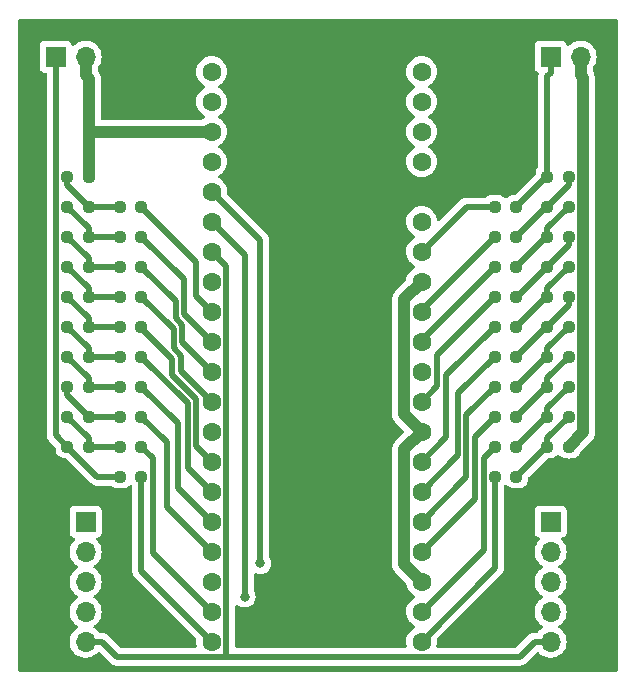
<source format=gbr>
%TF.GenerationSoftware,KiCad,Pcbnew,(6.0.6-0)*%
%TF.CreationDate,2022-10-25T05:48:03+09:00*%
%TF.ProjectId,PicoPi-1,5069636f-5069-42d3-912e-6b696361645f,rev?*%
%TF.SameCoordinates,Original*%
%TF.FileFunction,Copper,L1,Top*%
%TF.FilePolarity,Positive*%
%FSLAX46Y46*%
G04 Gerber Fmt 4.6, Leading zero omitted, Abs format (unit mm)*
G04 Created by KiCad (PCBNEW (6.0.6-0)) date 2022-10-25 05:48:03*
%MOMM*%
%LPD*%
G01*
G04 APERTURE LIST*
G04 Aperture macros list*
%AMRoundRect*
0 Rectangle with rounded corners*
0 $1 Rounding radius*
0 $2 $3 $4 $5 $6 $7 $8 $9 X,Y pos of 4 corners*
0 Add a 4 corners polygon primitive as box body*
4,1,4,$2,$3,$4,$5,$6,$7,$8,$9,$2,$3,0*
0 Add four circle primitives for the rounded corners*
1,1,$1+$1,$2,$3*
1,1,$1+$1,$4,$5*
1,1,$1+$1,$6,$7*
1,1,$1+$1,$8,$9*
0 Add four rect primitives between the rounded corners*
20,1,$1+$1,$2,$3,$4,$5,0*
20,1,$1+$1,$4,$5,$6,$7,0*
20,1,$1+$1,$6,$7,$8,$9,0*
20,1,$1+$1,$8,$9,$2,$3,0*%
G04 Aperture macros list end*
%TA.AperFunction,ComponentPad*%
%ADD10C,1.600000*%
%TD*%
%TA.AperFunction,SMDPad,CuDef*%
%ADD11RoundRect,0.237500X-0.250000X-0.237500X0.250000X-0.237500X0.250000X0.237500X-0.250000X0.237500X0*%
%TD*%
%TA.AperFunction,SMDPad,CuDef*%
%ADD12RoundRect,0.237500X0.250000X0.237500X-0.250000X0.237500X-0.250000X-0.237500X0.250000X-0.237500X0*%
%TD*%
%TA.AperFunction,ComponentPad*%
%ADD13R,1.700000X1.700000*%
%TD*%
%TA.AperFunction,ComponentPad*%
%ADD14O,1.700000X1.700000*%
%TD*%
%TA.AperFunction,ViaPad*%
%ADD15C,0.800000*%
%TD*%
%TA.AperFunction,Conductor*%
%ADD16C,0.500000*%
%TD*%
%TA.AperFunction,Conductor*%
%ADD17C,1.000000*%
%TD*%
G04 APERTURE END LIST*
D10*
%TO.P,J1,1,Pin_1*%
%TO.N,/G1*%
X124968000Y-132080000D03*
%TO.P,J1,2,Pin_2*%
%TO.N,/G2*%
X124968000Y-134620000D03*
%TO.P,J1,3,Pin_3*%
%TO.N,GND*%
X124968000Y-137160000D03*
%TO.P,J1,4,Pin_4*%
%TO.N,/B1*%
X124968000Y-139700000D03*
%TO.P,J1,5,Pin_5*%
%TO.N,/B2*%
X124968000Y-142240000D03*
%TO.P,J1,6,Pin_6*%
%TO.N,/B3*%
X124968000Y-144780000D03*
%TO.P,J1,7,Pin_7*%
%TO.N,/B4*%
X124968000Y-147320000D03*
%TO.P,J1,8,Pin_8*%
%TO.N,GND*%
X124968000Y-149860000D03*
%TO.P,J1,9,Pin_9*%
%TO.N,/X0*%
X124968000Y-152400000D03*
%TO.P,J1,10,Pin_10*%
%TO.N,/X1*%
X124968000Y-154940000D03*
%TO.P,J1,11,Pin_11*%
%TO.N,/X2*%
X124968000Y-157480000D03*
%TO.P,J1,12,Pin_12*%
%TO.N,/X3*%
X124968000Y-160020000D03*
%TO.P,J1,13,Pin_13*%
%TO.N,GND*%
X124968000Y-162560000D03*
%TO.P,J1,14,Pin_14*%
%TO.N,/X4*%
X124968000Y-165100000D03*
%TO.P,J1,15,Pin_15*%
%TO.N,/X5*%
X124968000Y-167640000D03*
%TO.P,J1,16,Pin_16*%
%TO.N,/X6*%
X124968000Y-170180000D03*
%TO.P,J1,17,Pin_17*%
%TO.N,/X7*%
X124968000Y-172720000D03*
%TO.P,J1,18,Pin_18*%
%TO.N,GND*%
X124968000Y-175260000D03*
%TO.P,J1,19,Pin_19*%
%TO.N,/X8*%
X124968000Y-177800000D03*
%TO.P,J1,20,Pin_20*%
%TO.N,/X9*%
X124968000Y-180340000D03*
%TO.P,J1,21,Pin_21*%
%TO.N,/Y0*%
X142748000Y-180340000D03*
%TO.P,J1,22,Pin_22*%
%TO.N,/Y1*%
X142748000Y-177800000D03*
%TO.P,J1,23,Pin_23*%
%TO.N,GND*%
X142748000Y-175260000D03*
%TO.P,J1,24,Pin_24*%
%TO.N,/Y2*%
X142748000Y-172720000D03*
%TO.P,J1,25,Pin_25*%
%TO.N,/Y3*%
X142748000Y-170180000D03*
%TO.P,J1,26,Pin_26*%
%TO.N,/Y4*%
X142748000Y-167640000D03*
%TO.P,J1,27,Pin_27*%
%TO.N,/Y5*%
X142748000Y-165100000D03*
%TO.P,J1,28,Pin_28*%
%TO.N,GND*%
X142748000Y-162560000D03*
%TO.P,J1,29,Pin_29*%
%TO.N,/Y6*%
X142748000Y-160020000D03*
%TO.P,J1,30,Pin_30*%
%TO.N,unconnected-(J1-Pad30)*%
X142748000Y-157480000D03*
%TO.P,J1,31,Pin_31*%
%TO.N,/Y7*%
X142748000Y-154940000D03*
%TO.P,J1,32,Pin_32*%
%TO.N,/Y8*%
X142748000Y-152400000D03*
%TO.P,J1,33,Pin_33*%
%TO.N,GND*%
X142748000Y-149860000D03*
%TO.P,J1,34,Pin_34*%
%TO.N,/Y9*%
X142748000Y-147320000D03*
%TO.P,J1,35,Pin_35*%
%TO.N,unconnected-(J1-Pad35)*%
X142748000Y-144780000D03*
%TO.P,J1,36,Pin_36*%
%TO.N,+3.3V*%
X142748000Y-142240000D03*
%TO.P,J1,37,Pin_37*%
%TO.N,unconnected-(J1-Pad37)*%
X142748000Y-139700000D03*
%TO.P,J1,38,Pin_38*%
%TO.N,GND*%
X142748000Y-137160000D03*
%TO.P,J1,39,Pin_39*%
%TO.N,unconnected-(J1-Pad39)*%
X142748000Y-134620000D03*
%TO.P,J1,40,Pin_40*%
%TO.N,unconnected-(J1-Pad40)*%
X142748000Y-132080000D03*
%TD*%
D11*
%TO.P,R29,1*%
%TO.N,/Y1*%
X148947500Y-163830000D03*
%TO.P,R29,2*%
%TO.N,Net-(R29-Pad2)*%
X150772500Y-163830000D03*
%TD*%
D12*
%TO.P,R7,1*%
%TO.N,/X3*%
X119022500Y-151130000D03*
%TO.P,R7,2*%
%TO.N,Net-(R16-Pad2)*%
X117197500Y-151130000D03*
%TD*%
D11*
%TO.P,R22,1*%
%TO.N,/Y8*%
X148947500Y-146050000D03*
%TO.P,R22,2*%
%TO.N,Net-(R22-Pad2)*%
X150772500Y-146050000D03*
%TD*%
%TO.P,R39,1*%
%TO.N,Net-(R29-Pad2)*%
X153392500Y-161290000D03*
%TO.P,R39,2*%
%TO.N,Net-(R30-Pad2)*%
X155217500Y-161290000D03*
%TD*%
%TO.P,R28,1*%
%TO.N,/Y2*%
X148947500Y-161290000D03*
%TO.P,R28,2*%
%TO.N,Net-(R28-Pad2)*%
X150772500Y-161290000D03*
%TD*%
D13*
%TO.P,J2,1,Pin_1*%
%TO.N,/G1*%
X114300000Y-170185000D03*
D14*
%TO.P,J2,2,Pin_2*%
%TO.N,/B1*%
X114300000Y-172725000D03*
%TO.P,J2,3,Pin_3*%
%TO.N,/B2*%
X114300000Y-175265000D03*
%TO.P,J2,4,Pin_4*%
%TO.N,/B3*%
X114300000Y-177805000D03*
%TO.P,J2,5,Pin_5*%
%TO.N,/B4*%
X114300000Y-180345000D03*
%TD*%
D11*
%TO.P,R23,1*%
%TO.N,/Y7*%
X148947500Y-148590000D03*
%TO.P,R23,2*%
%TO.N,Net-(R23-Pad2)*%
X150772500Y-148590000D03*
%TD*%
%TO.P,R16,1*%
%TO.N,Net-(R15-Pad2)*%
X112752500Y-151130000D03*
%TO.P,R16,2*%
%TO.N,Net-(R16-Pad2)*%
X114577500Y-151130000D03*
%TD*%
D12*
%TO.P,R3,1*%
%TO.N,/X7*%
X119022500Y-161290000D03*
%TO.P,R3,2*%
%TO.N,Net-(R12-Pad2)*%
X117197500Y-161290000D03*
%TD*%
D13*
%TO.P,J3,1,Pin_1*%
%TO.N,/G2*%
X153670000Y-170180000D03*
D14*
%TO.P,J3,2,Pin_2*%
%TO.N,/B1*%
X153670000Y-172720000D03*
%TO.P,J3,3,Pin_3*%
%TO.N,/B2*%
X153670000Y-175260000D03*
%TO.P,J3,4,Pin_4*%
%TO.N,/B3*%
X153670000Y-177800000D03*
%TO.P,J3,5,Pin_5*%
%TO.N,/B4*%
X153670000Y-180340000D03*
%TD*%
D11*
%TO.P,R25,1*%
%TO.N,/Y5*%
X148947500Y-153670000D03*
%TO.P,R25,2*%
%TO.N,Net-(R25-Pad2)*%
X150772500Y-153670000D03*
%TD*%
%TO.P,R40,1*%
%TO.N,Net-(R30-Pad2)*%
X153392500Y-163830000D03*
%TO.P,R40,2*%
%TO.N,GND*%
X155217500Y-163830000D03*
%TD*%
%TO.P,R18,1*%
%TO.N,Net-(R17-Pad2)*%
X112752500Y-146050000D03*
%TO.P,R18,2*%
%TO.N,Net-(R18-Pad2)*%
X114577500Y-146050000D03*
%TD*%
%TO.P,R14,1*%
%TO.N,Net-(R13-Pad2)*%
X112752500Y-156210000D03*
%TO.P,R14,2*%
%TO.N,Net-(R14-Pad2)*%
X114577500Y-156210000D03*
%TD*%
%TO.P,R31,1*%
%TO.N,/Y*%
X153392500Y-140970000D03*
%TO.P,R31,2*%
%TO.N,Net-(R22-Pad2)*%
X155217500Y-140970000D03*
%TD*%
%TO.P,R19,1*%
%TO.N,Net-(R18-Pad2)*%
X112752500Y-143510000D03*
%TO.P,R19,2*%
%TO.N,Net-(R10-Pad2)*%
X114577500Y-143510000D03*
%TD*%
%TO.P,R11,1*%
%TO.N,/X*%
X112752500Y-163830000D03*
%TO.P,R11,2*%
%TO.N,Net-(R11-Pad2)*%
X114577500Y-163830000D03*
%TD*%
%TO.P,R33,1*%
%TO.N,Net-(R23-Pad2)*%
X153392500Y-146050000D03*
%TO.P,R33,2*%
%TO.N,Net-(R24-Pad2)*%
X155217500Y-146050000D03*
%TD*%
D13*
%TO.P,J4,1,Pin_1*%
%TO.N,/X*%
X111760000Y-130810000D03*
D14*
%TO.P,J4,2,Pin_2*%
%TO.N,GND*%
X114300000Y-130810000D03*
%TD*%
D12*
%TO.P,R10,1*%
%TO.N,/X0*%
X119022500Y-143510000D03*
%TO.P,R10,2*%
%TO.N,Net-(R10-Pad2)*%
X117197500Y-143510000D03*
%TD*%
D11*
%TO.P,R13,1*%
%TO.N,Net-(R12-Pad2)*%
X112752500Y-158750000D03*
%TO.P,R13,2*%
%TO.N,Net-(R13-Pad2)*%
X114577500Y-158750000D03*
%TD*%
%TO.P,R15,1*%
%TO.N,Net-(R14-Pad2)*%
X112752500Y-153670000D03*
%TO.P,R15,2*%
%TO.N,Net-(R15-Pad2)*%
X114577500Y-153670000D03*
%TD*%
%TO.P,R21,2*%
%TO.N,/Y*%
X150772500Y-143510000D03*
%TO.P,R21,1*%
%TO.N,/Y9*%
X148947500Y-143510000D03*
%TD*%
%TO.P,R26,1*%
%TO.N,/Y4*%
X148947500Y-156210000D03*
%TO.P,R26,2*%
%TO.N,Net-(R26-Pad2)*%
X150772500Y-156210000D03*
%TD*%
%TO.P,R38,1*%
%TO.N,Net-(R28-Pad2)*%
X153392500Y-158750000D03*
%TO.P,R38,2*%
%TO.N,Net-(R29-Pad2)*%
X155217500Y-158750000D03*
%TD*%
D12*
%TO.P,R5,1*%
%TO.N,/X5*%
X119022500Y-156210000D03*
%TO.P,R5,2*%
%TO.N,Net-(R14-Pad2)*%
X117197500Y-156210000D03*
%TD*%
%TO.P,R4,1*%
%TO.N,/X6*%
X119022500Y-158750000D03*
%TO.P,R4,2*%
%TO.N,Net-(R13-Pad2)*%
X117197500Y-158750000D03*
%TD*%
D11*
%TO.P,R32,1*%
%TO.N,Net-(R22-Pad2)*%
X153392500Y-143510000D03*
%TO.P,R32,2*%
%TO.N,Net-(R23-Pad2)*%
X155217500Y-143510000D03*
%TD*%
%TO.P,R27,1*%
%TO.N,/Y3*%
X148947500Y-158750000D03*
%TO.P,R27,2*%
%TO.N,Net-(R27-Pad2)*%
X150772500Y-158750000D03*
%TD*%
%TO.P,R20,1*%
%TO.N,Net-(R10-Pad2)*%
X112752500Y-140970000D03*
%TO.P,R20,2*%
%TO.N,GND*%
X114577500Y-140970000D03*
%TD*%
%TO.P,R35,1*%
%TO.N,Net-(R25-Pad2)*%
X153392500Y-151130000D03*
%TO.P,R35,2*%
%TO.N,Net-(R26-Pad2)*%
X155217500Y-151130000D03*
%TD*%
%TO.P,R24,1*%
%TO.N,/Y6*%
X148947500Y-151130000D03*
%TO.P,R24,2*%
%TO.N,Net-(R24-Pad2)*%
X150772500Y-151130000D03*
%TD*%
D13*
%TO.P,J5,1,Pin_1*%
%TO.N,/Y*%
X153670000Y-130810000D03*
D14*
%TO.P,J5,2,Pin_2*%
%TO.N,GND*%
X156210000Y-130810000D03*
%TD*%
D12*
%TO.P,R6,1*%
%TO.N,/X4*%
X119022500Y-153670000D03*
%TO.P,R6,2*%
%TO.N,Net-(R15-Pad2)*%
X117197500Y-153670000D03*
%TD*%
%TO.P,R1,1*%
%TO.N,/X9*%
X119022500Y-166370000D03*
%TO.P,R1,2*%
%TO.N,/X*%
X117197500Y-166370000D03*
%TD*%
D11*
%TO.P,R17,1*%
%TO.N,Net-(R16-Pad2)*%
X112752500Y-148590000D03*
%TO.P,R17,2*%
%TO.N,Net-(R17-Pad2)*%
X114577500Y-148590000D03*
%TD*%
D12*
%TO.P,R9,1*%
%TO.N,/X1*%
X119022500Y-146050000D03*
%TO.P,R9,2*%
%TO.N,Net-(R18-Pad2)*%
X117197500Y-146050000D03*
%TD*%
%TO.P,R2,2*%
%TO.N,Net-(R11-Pad2)*%
X117197500Y-163830000D03*
%TO.P,R2,1*%
%TO.N,/X8*%
X119022500Y-163830000D03*
%TD*%
%TO.P,R8,1*%
%TO.N,/X2*%
X119022500Y-148590000D03*
%TO.P,R8,2*%
%TO.N,Net-(R17-Pad2)*%
X117197500Y-148590000D03*
%TD*%
D11*
%TO.P,R34,1*%
%TO.N,Net-(R24-Pad2)*%
X153392500Y-148590000D03*
%TO.P,R34,2*%
%TO.N,Net-(R25-Pad2)*%
X155217500Y-148590000D03*
%TD*%
%TO.P,R37,1*%
%TO.N,Net-(R27-Pad2)*%
X153392500Y-156210000D03*
%TO.P,R37,2*%
%TO.N,Net-(R28-Pad2)*%
X155217500Y-156210000D03*
%TD*%
%TO.P,R30,1*%
%TO.N,/Y0*%
X148947500Y-166370000D03*
%TO.P,R30,2*%
%TO.N,Net-(R30-Pad2)*%
X150772500Y-166370000D03*
%TD*%
%TO.P,R12,1*%
%TO.N,Net-(R11-Pad2)*%
X112752500Y-161290000D03*
%TO.P,R12,2*%
%TO.N,Net-(R12-Pad2)*%
X114577500Y-161290000D03*
%TD*%
%TO.P,R36,1*%
%TO.N,Net-(R26-Pad2)*%
X153392500Y-153670000D03*
%TO.P,R36,2*%
%TO.N,Net-(R27-Pad2)*%
X155217500Y-153670000D03*
%TD*%
D15*
%TO.N,/B3*%
X127782300Y-176530100D03*
%TO.N,/B2*%
X129096600Y-173706400D03*
%TD*%
D16*
%TO.N,Net-(R30-Pad2)*%
X153312500Y-163830000D02*
X153392500Y-163830000D01*
X150772500Y-166370000D02*
X153312500Y-163830000D01*
X153392500Y-163115000D02*
X155217500Y-161290000D01*
X153392500Y-163830000D02*
X153392500Y-163115000D01*
%TO.N,/Y0*%
X148947500Y-174140500D02*
X142748000Y-180340000D01*
X148947500Y-166370000D02*
X148947500Y-174140500D01*
%TO.N,Net-(R29-Pad2)*%
X153392500Y-160575000D02*
X153392500Y-161290000D01*
X155217500Y-158750000D02*
X153392500Y-160575000D01*
X153312500Y-161290000D02*
X150772500Y-163830000D01*
X153392500Y-161290000D02*
X153312500Y-161290000D01*
%TO.N,/Y1*%
X147989400Y-172558600D02*
X142748000Y-177800000D01*
X147989400Y-164788100D02*
X147989400Y-172558600D01*
X148947500Y-163830000D02*
X147989400Y-164788100D01*
%TO.N,Net-(R28-Pad2)*%
X153392500Y-158035000D02*
X153392500Y-158750000D01*
X155217500Y-156210000D02*
X153392500Y-158035000D01*
X153312500Y-158750000D02*
X150772500Y-161290000D01*
X153392500Y-158750000D02*
X153312500Y-158750000D01*
%TO.N,/Y2*%
X147237800Y-168230200D02*
X142748000Y-172720000D01*
X147237800Y-162999700D02*
X147237800Y-168230200D01*
X148947500Y-161290000D02*
X147237800Y-162999700D01*
%TO.N,Net-(R27-Pad2)*%
X153392500Y-155495000D02*
X153392500Y-156210000D01*
X155217500Y-153670000D02*
X153392500Y-155495000D01*
X153312500Y-156210000D02*
X150772500Y-158750000D01*
X153392500Y-156210000D02*
X153312500Y-156210000D01*
%TO.N,/Y3*%
X146537500Y-166390500D02*
X142748000Y-170180000D01*
X146537500Y-161160000D02*
X146537500Y-166390500D01*
X148947500Y-158750000D02*
X146537500Y-161160000D01*
%TO.N,Net-(R26-Pad2)*%
X155217500Y-151845000D02*
X153392500Y-153670000D01*
X155217500Y-151130000D02*
X155217500Y-151845000D01*
X153312500Y-153670000D02*
X150772500Y-156210000D01*
X153392500Y-153670000D02*
X153312500Y-153670000D01*
%TO.N,/Y4*%
X145837200Y-164550800D02*
X142748000Y-167640000D01*
X145837200Y-159320300D02*
X145837200Y-164550800D01*
X148947500Y-156210000D02*
X145837200Y-159320300D01*
%TO.N,Net-(R25-Pad2)*%
X153392500Y-150415000D02*
X153392500Y-151130000D01*
X155217500Y-148590000D02*
X153392500Y-150415000D01*
X153312500Y-151130000D02*
X150772500Y-153670000D01*
X153392500Y-151130000D02*
X153312500Y-151130000D01*
%TO.N,/Y5*%
X144815500Y-157802000D02*
X148947500Y-153670000D01*
X144815500Y-163032500D02*
X144815500Y-157802000D01*
X142748000Y-165100000D02*
X144815500Y-163032500D01*
%TO.N,Net-(R24-Pad2)*%
X155217500Y-146765000D02*
X155217500Y-146050000D01*
X153392500Y-148590000D02*
X155217500Y-146765000D01*
X150852500Y-151130000D02*
X153392500Y-148590000D01*
X150772500Y-151130000D02*
X150852500Y-151130000D01*
%TO.N,/Y6*%
X144037600Y-158730400D02*
X142748000Y-160020000D01*
X144037600Y-156039900D02*
X144037600Y-158730400D01*
X148947500Y-151130000D02*
X144037600Y-156039900D01*
%TO.N,Net-(R23-Pad2)*%
X153392500Y-145335000D02*
X153392500Y-146050000D01*
X155217500Y-143510000D02*
X153392500Y-145335000D01*
X153312500Y-146050000D02*
X150772500Y-148590000D01*
X153392500Y-146050000D02*
X153312500Y-146050000D01*
%TO.N,/Y7*%
X142748000Y-154789500D02*
X142748000Y-154940000D01*
X148947500Y-148590000D02*
X142748000Y-154789500D01*
%TO.N,Net-(R22-Pad2)*%
X155217500Y-141685000D02*
X153392500Y-143510000D01*
X155217500Y-140970000D02*
X155217500Y-141685000D01*
X153312500Y-143510000D02*
X150772500Y-146050000D01*
X153392500Y-143510000D02*
X153312500Y-143510000D01*
%TO.N,/Y8*%
X142748000Y-152249500D02*
X142748000Y-152400000D01*
X148947500Y-146050000D02*
X142748000Y-152249500D01*
%TO.N,/Y9*%
X146558000Y-143510000D02*
X142748000Y-147320000D01*
X148947500Y-143510000D02*
X146558000Y-143510000D01*
%TO.N,Net-(R10-Pad2)*%
X112752500Y-141685000D02*
X114577500Y-143510000D01*
X112752500Y-140970000D02*
X112752500Y-141685000D01*
X117197500Y-143510000D02*
X114577500Y-143510000D01*
%TO.N,/X0*%
X123678400Y-148165900D02*
X119022500Y-143510000D01*
X123678400Y-151110400D02*
X123678400Y-148165900D01*
X124968000Y-152400000D02*
X123678400Y-151110400D01*
%TO.N,Net-(R18-Pad2)*%
X117197500Y-146050000D02*
X114577500Y-146050000D01*
X114577500Y-145335000D02*
X114577500Y-146050000D01*
X112752500Y-143510000D02*
X114577500Y-145335000D01*
%TO.N,/X1*%
X122628000Y-152600000D02*
X124968000Y-154940000D01*
X122628000Y-149655500D02*
X122628000Y-152600000D01*
X119022500Y-146050000D02*
X122628000Y-149655500D01*
%TO.N,Net-(R17-Pad2)*%
X117197500Y-148590000D02*
X114577500Y-148590000D01*
X114577500Y-147875000D02*
X112752500Y-146050000D01*
X114577500Y-148590000D02*
X114577500Y-147875000D01*
%TO.N,/X2*%
X122447400Y-154959400D02*
X124968000Y-157480000D01*
X122447400Y-153500100D02*
X122447400Y-154959400D01*
X121927700Y-152980400D02*
X122447400Y-153500100D01*
X121927700Y-151495200D02*
X121927700Y-152980400D01*
X119022500Y-148590000D02*
X121927700Y-151495200D01*
%TO.N,Net-(R16-Pad2)*%
X114577500Y-150415000D02*
X114577500Y-151130000D01*
X112752500Y-148590000D02*
X114577500Y-150415000D01*
X117197500Y-151130000D02*
X114577500Y-151130000D01*
%TO.N,/X3*%
X122347700Y-157399700D02*
X124968000Y-160020000D01*
X122347700Y-156121000D02*
X122347700Y-157399700D01*
X121747100Y-155520400D02*
X122347700Y-156121000D01*
X121747100Y-153854600D02*
X121747100Y-155520400D01*
X119022500Y-151130000D02*
X121747100Y-153854600D01*
%TO.N,Net-(R15-Pad2)*%
X117197500Y-153670000D02*
X114577500Y-153670000D01*
X114577500Y-152955000D02*
X112752500Y-151130000D01*
X114577500Y-153670000D02*
X114577500Y-152955000D01*
%TO.N,/X4*%
X123678400Y-163810400D02*
X124968000Y-165100000D01*
X123678400Y-159811500D02*
X123678400Y-163810400D01*
X121647400Y-157780500D02*
X123678400Y-159811500D01*
X121647400Y-156411200D02*
X121647400Y-157780500D01*
X119022500Y-153786300D02*
X121647400Y-156411200D01*
X119022500Y-153670000D02*
X119022500Y-153786300D01*
%TO.N,Net-(R14-Pad2)*%
X117197500Y-156210000D02*
X114577500Y-156210000D01*
X114577500Y-155495000D02*
X114577500Y-156210000D01*
X112752500Y-153670000D02*
X114577500Y-155495000D01*
%TO.N,/X5*%
X122939400Y-165611400D02*
X124968000Y-167640000D01*
X122939400Y-160126900D02*
X122939400Y-165611400D01*
X119022500Y-156210000D02*
X122939400Y-160126900D01*
%TO.N,Net-(R13-Pad2)*%
X117197500Y-158750000D02*
X114577500Y-158750000D01*
X114577500Y-158035000D02*
X112752500Y-156210000D01*
X114577500Y-158750000D02*
X114577500Y-158035000D01*
%TO.N,/X6*%
X122128900Y-167340900D02*
X124968000Y-170180000D01*
X122128900Y-161856400D02*
X122128900Y-167340900D01*
X119022500Y-158750000D02*
X122128900Y-161856400D01*
%TO.N,Net-(R12-Pad2)*%
X112752500Y-159465000D02*
X112752500Y-158750000D01*
X114577500Y-161290000D02*
X112752500Y-159465000D01*
X117197500Y-161290000D02*
X114577500Y-161290000D01*
%TO.N,/X7*%
X121172400Y-168924400D02*
X124968000Y-172720000D01*
X121172400Y-163439900D02*
X121172400Y-168924400D01*
X119022500Y-161290000D02*
X121172400Y-163439900D01*
%TO.N,Net-(R11-Pad2)*%
X114577500Y-163115000D02*
X114577500Y-163830000D01*
X112752500Y-161290000D02*
X114577500Y-163115000D01*
X117197500Y-163830000D02*
X114577500Y-163830000D01*
%TO.N,/X8*%
X120022300Y-172854300D02*
X124968000Y-177800000D01*
X120022300Y-164829800D02*
X120022300Y-172854300D01*
X119022500Y-163830000D02*
X120022300Y-164829800D01*
%TO.N,/X9*%
X119022500Y-174394500D02*
X124968000Y-180340000D01*
X119022500Y-166370000D02*
X119022500Y-174394500D01*
%TO.N,/Y*%
X153392500Y-132437500D02*
X153392500Y-140970000D01*
X153670000Y-132160000D02*
X153392500Y-132437500D01*
X153670000Y-130810000D02*
X153670000Y-132160000D01*
X153312500Y-140970000D02*
X153392500Y-140970000D01*
X150772500Y-143510000D02*
X153312500Y-140970000D01*
D17*
%TO.N,GND*%
X114300000Y-130810000D02*
X114300000Y-132410000D01*
X141247600Y-164060400D02*
X142748000Y-162560000D01*
X141247600Y-173759600D02*
X141247600Y-164060400D01*
X142748000Y-175260000D02*
X141247600Y-173759600D01*
X141247600Y-161059600D02*
X142748000Y-162560000D01*
X141247600Y-151360400D02*
X141247600Y-161059600D01*
X142748000Y-149860000D02*
X141247600Y-151360400D01*
X156418800Y-162628700D02*
X155217500Y-163830000D01*
X156418800Y-132618800D02*
X156418800Y-162628700D01*
X156210000Y-132410000D02*
X156418800Y-132618800D01*
X156210000Y-130810000D02*
X156210000Y-132410000D01*
X114577500Y-137160000D02*
X124968000Y-137160000D01*
X114577500Y-140970000D02*
X114577500Y-137160000D01*
X114577500Y-132687500D02*
X114300000Y-132410000D01*
X114577500Y-137160000D02*
X114577500Y-132687500D01*
D16*
%TO.N,/X*%
X115292500Y-166370000D02*
X112752500Y-163830000D01*
X117197500Y-166370000D02*
X115292500Y-166370000D01*
X111760000Y-162837500D02*
X112752500Y-163830000D01*
X111760000Y-130810000D02*
X111760000Y-162837500D01*
%TO.N,/B4*%
X153670000Y-180340000D02*
X152320000Y-180340000D01*
X114300000Y-180345000D02*
X115650000Y-180345000D01*
X126223600Y-148575600D02*
X124968000Y-147320000D01*
X126223600Y-181616200D02*
X126223600Y-148575600D01*
X151043800Y-181616200D02*
X126223600Y-181616200D01*
X152320000Y-180340000D02*
X151043800Y-181616200D01*
X116921200Y-181616200D02*
X115650000Y-180345000D01*
X126223600Y-181616200D02*
X116921200Y-181616200D01*
%TO.N,/B3*%
X127782300Y-147594300D02*
X127782300Y-176530100D01*
X124968000Y-144780000D02*
X127782300Y-147594300D01*
%TO.N,/B2*%
X129096600Y-146368600D02*
X124968000Y-142240000D01*
X129096600Y-173706400D02*
X129096600Y-146368600D01*
%TD*%
%TA.AperFunction,Conductor*%
%TO.N,+3.3V*%
G36*
X159327121Y-127655002D02*
G01*
X159373614Y-127708658D01*
X159385000Y-127761000D01*
X159385000Y-182754000D01*
X159364998Y-182822121D01*
X159311342Y-182868614D01*
X159259000Y-182880000D01*
X108711000Y-182880000D01*
X108642879Y-182859998D01*
X108596386Y-182806342D01*
X108585000Y-182754000D01*
X108585000Y-131708134D01*
X110401500Y-131708134D01*
X110408255Y-131770316D01*
X110459385Y-131906705D01*
X110546739Y-132023261D01*
X110663295Y-132110615D01*
X110799684Y-132161745D01*
X110861866Y-132168500D01*
X110875500Y-132168500D01*
X110943621Y-132188502D01*
X110990114Y-132242158D01*
X111001500Y-132294500D01*
X111001500Y-162770430D01*
X111000067Y-162789380D01*
X110996801Y-162810849D01*
X110997394Y-162818141D01*
X110997394Y-162818144D01*
X111001085Y-162863518D01*
X111001500Y-162873733D01*
X111001500Y-162881793D01*
X111001925Y-162885437D01*
X111004789Y-162910007D01*
X111005222Y-162914382D01*
X111009762Y-162970191D01*
X111011140Y-162987137D01*
X111013396Y-162994101D01*
X111014587Y-163000060D01*
X111015971Y-163005915D01*
X111016818Y-163013181D01*
X111041735Y-163081827D01*
X111043152Y-163085955D01*
X111060616Y-163139862D01*
X111065649Y-163155399D01*
X111069445Y-163161654D01*
X111071951Y-163167128D01*
X111074670Y-163172558D01*
X111077167Y-163179437D01*
X111081180Y-163185557D01*
X111081180Y-163185558D01*
X111117186Y-163240476D01*
X111119523Y-163244180D01*
X111157405Y-163306607D01*
X111161121Y-163310815D01*
X111161122Y-163310816D01*
X111164803Y-163314984D01*
X111164776Y-163315008D01*
X111167429Y-163318000D01*
X111170132Y-163321233D01*
X111174144Y-163327352D01*
X111224253Y-163374821D01*
X111230383Y-163380628D01*
X111232825Y-163383006D01*
X111719595Y-163869776D01*
X111753621Y-163932088D01*
X111756500Y-163958871D01*
X111756500Y-164117072D01*
X111756837Y-164120318D01*
X111756837Y-164120322D01*
X111763489Y-164184429D01*
X111767293Y-164221093D01*
X111822346Y-164386107D01*
X111913884Y-164534031D01*
X111919066Y-164539204D01*
X112031816Y-164651758D01*
X112031820Y-164651761D01*
X112036997Y-164656929D01*
X112185080Y-164748209D01*
X112350191Y-164802974D01*
X112357027Y-164803674D01*
X112357030Y-164803675D01*
X112408526Y-164808951D01*
X112452928Y-164813500D01*
X112611129Y-164813500D01*
X112679250Y-164833502D01*
X112700224Y-164850405D01*
X114708730Y-166858911D01*
X114721116Y-166873323D01*
X114729649Y-166884918D01*
X114729654Y-166884923D01*
X114733992Y-166890818D01*
X114739570Y-166895557D01*
X114739573Y-166895560D01*
X114774268Y-166925035D01*
X114781784Y-166931965D01*
X114787479Y-166937660D01*
X114790361Y-166939940D01*
X114809751Y-166955281D01*
X114813155Y-166958072D01*
X114863203Y-167000591D01*
X114868785Y-167005333D01*
X114875301Y-167008661D01*
X114880338Y-167012020D01*
X114885477Y-167015194D01*
X114891216Y-167019734D01*
X114897849Y-167022834D01*
X114957337Y-167050636D01*
X114961291Y-167052569D01*
X115026308Y-167085769D01*
X115033424Y-167087510D01*
X115039054Y-167089604D01*
X115044821Y-167091523D01*
X115051450Y-167094621D01*
X115058610Y-167096110D01*
X115058612Y-167096111D01*
X115122896Y-167109482D01*
X115127180Y-167110452D01*
X115198110Y-167127808D01*
X115203712Y-167128156D01*
X115203715Y-167128156D01*
X115209264Y-167128500D01*
X115209262Y-167128536D01*
X115213252Y-167128775D01*
X115217450Y-167129150D01*
X115224615Y-167130640D01*
X115302020Y-167128546D01*
X115305428Y-167128500D01*
X116361323Y-167128500D01*
X116429444Y-167148502D01*
X116450334Y-167165321D01*
X116481997Y-167196929D01*
X116630080Y-167288209D01*
X116795191Y-167342974D01*
X116802027Y-167343674D01*
X116802030Y-167343675D01*
X116853526Y-167348951D01*
X116897928Y-167353500D01*
X117497072Y-167353500D01*
X117500318Y-167353163D01*
X117500322Y-167353163D01*
X117594235Y-167343419D01*
X117594239Y-167343418D01*
X117601093Y-167342707D01*
X117607629Y-167340526D01*
X117607631Y-167340526D01*
X117740395Y-167296232D01*
X117766107Y-167287654D01*
X117914031Y-167196116D01*
X117956000Y-167154074D01*
X118020747Y-167089214D01*
X118083030Y-167055135D01*
X118153850Y-167060138D01*
X118198938Y-167089059D01*
X118227018Y-167117090D01*
X118261097Y-167179372D01*
X118264000Y-167206263D01*
X118264000Y-174327430D01*
X118262567Y-174346380D01*
X118259301Y-174367849D01*
X118259894Y-174375141D01*
X118259894Y-174375144D01*
X118263585Y-174420518D01*
X118264000Y-174430733D01*
X118264000Y-174438793D01*
X118264425Y-174442437D01*
X118267289Y-174467007D01*
X118267722Y-174471382D01*
X118270593Y-174506671D01*
X118273640Y-174544137D01*
X118275896Y-174551101D01*
X118277087Y-174557060D01*
X118278471Y-174562915D01*
X118279318Y-174570181D01*
X118304235Y-174638827D01*
X118305652Y-174642955D01*
X118328149Y-174712399D01*
X118331945Y-174718654D01*
X118334451Y-174724128D01*
X118337170Y-174729558D01*
X118339667Y-174736437D01*
X118343680Y-174742557D01*
X118343680Y-174742558D01*
X118379686Y-174797476D01*
X118382023Y-174801180D01*
X118419905Y-174863607D01*
X118423621Y-174867815D01*
X118423622Y-174867816D01*
X118427303Y-174871984D01*
X118427276Y-174872008D01*
X118429929Y-174875000D01*
X118432632Y-174878233D01*
X118436644Y-174884352D01*
X118441956Y-174889384D01*
X118492883Y-174937628D01*
X118495325Y-174940006D01*
X123632329Y-180077010D01*
X123666355Y-180139322D01*
X123668755Y-180177087D01*
X123654502Y-180340000D01*
X123674457Y-180568087D01*
X123675881Y-180573400D01*
X123675881Y-180573402D01*
X123709559Y-180699089D01*
X123707869Y-180770065D01*
X123668075Y-180828861D01*
X123602811Y-180856809D01*
X123587852Y-180857700D01*
X117287571Y-180857700D01*
X117219450Y-180837698D01*
X117198476Y-180820795D01*
X116233770Y-179856089D01*
X116221384Y-179841677D01*
X116212851Y-179830082D01*
X116212846Y-179830077D01*
X116208508Y-179824182D01*
X116202930Y-179819443D01*
X116202927Y-179819440D01*
X116168232Y-179789965D01*
X116160716Y-179783035D01*
X116155021Y-179777340D01*
X116148880Y-179772482D01*
X116132749Y-179759719D01*
X116129345Y-179756928D01*
X116079297Y-179714409D01*
X116079295Y-179714408D01*
X116073715Y-179709667D01*
X116067199Y-179706339D01*
X116062150Y-179702972D01*
X116057021Y-179699805D01*
X116051284Y-179695266D01*
X115985125Y-179664345D01*
X115981225Y-179662439D01*
X115916192Y-179629231D01*
X115909084Y-179627492D01*
X115903441Y-179625393D01*
X115897678Y-179623476D01*
X115891050Y-179620378D01*
X115819583Y-179605513D01*
X115815299Y-179604543D01*
X115744390Y-179587192D01*
X115738788Y-179586844D01*
X115738785Y-179586844D01*
X115733236Y-179586500D01*
X115733238Y-179586464D01*
X115729245Y-179586225D01*
X115725053Y-179585851D01*
X115717885Y-179584360D01*
X115651675Y-179586151D01*
X115640479Y-179586454D01*
X115637072Y-179586500D01*
X115495939Y-179586500D01*
X115427818Y-179566498D01*
X115390147Y-179528941D01*
X115388571Y-179526504D01*
X115380014Y-179513277D01*
X115229670Y-179348051D01*
X115225619Y-179344852D01*
X115225615Y-179344848D01*
X115058414Y-179212800D01*
X115058410Y-179212798D01*
X115054359Y-179209598D01*
X115013053Y-179186796D01*
X114963084Y-179136364D01*
X114948312Y-179066921D01*
X114973428Y-179000516D01*
X115000780Y-178973909D01*
X115056217Y-178934366D01*
X115179860Y-178846173D01*
X115338096Y-178688489D01*
X115395222Y-178608990D01*
X115465435Y-178511277D01*
X115468453Y-178507077D01*
X115493327Y-178456749D01*
X115565136Y-178311453D01*
X115565137Y-178311451D01*
X115567430Y-178306811D01*
X115632370Y-178093069D01*
X115661529Y-177871590D01*
X115663156Y-177805000D01*
X115644852Y-177582361D01*
X115590431Y-177365702D01*
X115501354Y-177160840D01*
X115440675Y-177067044D01*
X115382822Y-176977617D01*
X115382820Y-176977614D01*
X115380014Y-176973277D01*
X115229670Y-176808051D01*
X115225619Y-176804852D01*
X115225615Y-176804848D01*
X115058414Y-176672800D01*
X115058410Y-176672798D01*
X115054359Y-176669598D01*
X115013053Y-176646796D01*
X114963084Y-176596364D01*
X114948312Y-176526921D01*
X114973428Y-176460516D01*
X115000780Y-176433909D01*
X115056217Y-176394366D01*
X115179860Y-176306173D01*
X115338096Y-176148489D01*
X115395222Y-176068990D01*
X115465435Y-175971277D01*
X115468453Y-175967077D01*
X115493327Y-175916749D01*
X115565136Y-175771453D01*
X115565137Y-175771451D01*
X115567430Y-175766811D01*
X115632370Y-175553069D01*
X115661529Y-175331590D01*
X115663156Y-175265000D01*
X115644852Y-175042361D01*
X115590431Y-174825702D01*
X115501354Y-174620840D01*
X115445920Y-174535152D01*
X115382822Y-174437617D01*
X115382820Y-174437614D01*
X115380014Y-174433277D01*
X115229670Y-174268051D01*
X115225619Y-174264852D01*
X115225615Y-174264848D01*
X115058414Y-174132800D01*
X115058410Y-174132798D01*
X115054359Y-174129598D01*
X115013053Y-174106796D01*
X114963084Y-174056364D01*
X114948312Y-173986921D01*
X114973428Y-173920516D01*
X115000780Y-173893909D01*
X115057545Y-173853419D01*
X115179860Y-173766173D01*
X115338096Y-173608489D01*
X115395222Y-173528990D01*
X115465435Y-173431277D01*
X115468453Y-173427077D01*
X115493327Y-173376749D01*
X115565136Y-173231453D01*
X115565137Y-173231451D01*
X115567430Y-173226811D01*
X115632370Y-173013069D01*
X115661529Y-172791590D01*
X115663156Y-172725000D01*
X115644852Y-172502361D01*
X115590431Y-172285702D01*
X115501354Y-172080840D01*
X115380014Y-171893277D01*
X115376532Y-171889450D01*
X115232798Y-171731488D01*
X115201746Y-171667642D01*
X115210141Y-171597143D01*
X115255317Y-171542375D01*
X115281761Y-171528706D01*
X115388297Y-171488767D01*
X115396705Y-171485615D01*
X115513261Y-171398261D01*
X115600615Y-171281705D01*
X115651745Y-171145316D01*
X115658500Y-171083134D01*
X115658500Y-169286866D01*
X115651745Y-169224684D01*
X115600615Y-169088295D01*
X115513261Y-168971739D01*
X115396705Y-168884385D01*
X115260316Y-168833255D01*
X115198134Y-168826500D01*
X113401866Y-168826500D01*
X113339684Y-168833255D01*
X113203295Y-168884385D01*
X113086739Y-168971739D01*
X112999385Y-169088295D01*
X112948255Y-169224684D01*
X112941500Y-169286866D01*
X112941500Y-171083134D01*
X112948255Y-171145316D01*
X112999385Y-171281705D01*
X113086739Y-171398261D01*
X113203295Y-171485615D01*
X113211704Y-171488767D01*
X113211705Y-171488768D01*
X113320451Y-171529535D01*
X113377216Y-171572176D01*
X113401916Y-171638738D01*
X113386709Y-171708087D01*
X113367316Y-171734568D01*
X113240629Y-171867138D01*
X113237715Y-171871410D01*
X113237714Y-171871411D01*
X113226209Y-171888277D01*
X113114743Y-172051680D01*
X113099003Y-172085590D01*
X113049503Y-172192229D01*
X113020688Y-172254305D01*
X112960989Y-172469570D01*
X112937251Y-172691695D01*
X112937548Y-172696848D01*
X112937548Y-172696851D01*
X112942914Y-172789908D01*
X112950110Y-172914715D01*
X112951247Y-172919761D01*
X112951248Y-172919767D01*
X112972265Y-173013023D01*
X112999222Y-173132639D01*
X113083266Y-173339616D01*
X113199987Y-173530088D01*
X113346250Y-173698938D01*
X113421213Y-173761173D01*
X113508123Y-173833327D01*
X113518126Y-173841632D01*
X113558378Y-173865153D01*
X113591445Y-173884476D01*
X113640169Y-173936114D01*
X113653240Y-174005897D01*
X113626509Y-174071669D01*
X113586055Y-174105027D01*
X113573607Y-174111507D01*
X113569474Y-174114610D01*
X113569471Y-174114612D01*
X113401624Y-174240635D01*
X113394965Y-174245635D01*
X113240629Y-174407138D01*
X113237715Y-174411410D01*
X113237714Y-174411411D01*
X113220743Y-174436290D01*
X113114743Y-174591680D01*
X113020688Y-174794305D01*
X112960989Y-175009570D01*
X112937251Y-175231695D01*
X112937548Y-175236848D01*
X112937548Y-175236851D01*
X112948602Y-175428569D01*
X112950110Y-175454715D01*
X112951247Y-175459761D01*
X112951248Y-175459767D01*
X112972265Y-175553023D01*
X112999222Y-175672639D01*
X113083266Y-175879616D01*
X113199987Y-176070088D01*
X113346250Y-176238938D01*
X113421213Y-176301173D01*
X113508123Y-176373327D01*
X113518126Y-176381632D01*
X113549301Y-176399849D01*
X113591445Y-176424476D01*
X113640169Y-176476114D01*
X113653240Y-176545897D01*
X113626509Y-176611669D01*
X113586055Y-176645027D01*
X113573607Y-176651507D01*
X113569474Y-176654610D01*
X113569471Y-176654612D01*
X113401624Y-176780635D01*
X113394965Y-176785635D01*
X113240629Y-176947138D01*
X113237715Y-176951410D01*
X113237714Y-176951411D01*
X113228815Y-176964457D01*
X113114743Y-177131680D01*
X113099003Y-177165590D01*
X113026763Y-177321218D01*
X113020688Y-177334305D01*
X112960989Y-177549570D01*
X112937251Y-177771695D01*
X112937548Y-177776848D01*
X112937548Y-177776851D01*
X112942914Y-177869908D01*
X112950110Y-177994715D01*
X112951247Y-177999761D01*
X112951248Y-177999767D01*
X112972265Y-178093023D01*
X112999222Y-178212639D01*
X113083266Y-178419616D01*
X113199987Y-178610088D01*
X113346250Y-178778938D01*
X113421213Y-178841173D01*
X113508123Y-178913327D01*
X113518126Y-178921632D01*
X113549301Y-178939849D01*
X113591445Y-178964476D01*
X113640169Y-179016114D01*
X113653240Y-179085897D01*
X113626509Y-179151669D01*
X113586055Y-179185027D01*
X113573607Y-179191507D01*
X113569474Y-179194610D01*
X113569471Y-179194612D01*
X113401624Y-179320635D01*
X113394965Y-179325635D01*
X113240629Y-179487138D01*
X113114743Y-179671680D01*
X113100218Y-179702972D01*
X113029144Y-179856089D01*
X113020688Y-179874305D01*
X112960989Y-180089570D01*
X112937251Y-180311695D01*
X112937548Y-180316848D01*
X112937548Y-180316851D01*
X112942914Y-180409908D01*
X112950110Y-180534715D01*
X112951247Y-180539761D01*
X112951248Y-180539767D01*
X112972265Y-180633023D01*
X112999222Y-180752639D01*
X113083266Y-180959616D01*
X113199987Y-181150088D01*
X113346250Y-181318938D01*
X113421213Y-181381173D01*
X113508123Y-181453327D01*
X113518126Y-181461632D01*
X113711000Y-181574338D01*
X113919692Y-181654030D01*
X113924760Y-181655061D01*
X113924763Y-181655062D01*
X114017970Y-181674025D01*
X114138597Y-181698567D01*
X114143772Y-181698757D01*
X114143774Y-181698757D01*
X114356673Y-181706564D01*
X114356677Y-181706564D01*
X114361837Y-181706753D01*
X114366957Y-181706097D01*
X114366959Y-181706097D01*
X114578288Y-181679025D01*
X114578289Y-181679025D01*
X114583416Y-181678368D01*
X114600082Y-181673368D01*
X114792429Y-181615661D01*
X114792434Y-181615659D01*
X114797384Y-181614174D01*
X114997994Y-181515896D01*
X115179860Y-181386173D01*
X115310465Y-181256023D01*
X115372836Y-181222108D01*
X115443642Y-181227296D01*
X115488499Y-181256180D01*
X116337430Y-182105111D01*
X116349816Y-182119523D01*
X116358349Y-182131118D01*
X116358354Y-182131123D01*
X116362692Y-182137018D01*
X116368270Y-182141757D01*
X116368273Y-182141760D01*
X116402968Y-182171235D01*
X116410484Y-182178165D01*
X116416179Y-182183860D01*
X116419061Y-182186140D01*
X116438451Y-182201481D01*
X116441855Y-182204272D01*
X116491903Y-182246791D01*
X116497485Y-182251533D01*
X116504001Y-182254861D01*
X116509050Y-182258228D01*
X116514179Y-182261395D01*
X116519916Y-182265934D01*
X116586075Y-182296855D01*
X116589969Y-182298758D01*
X116655008Y-182331969D01*
X116662116Y-182333708D01*
X116667759Y-182335807D01*
X116673522Y-182337724D01*
X116680150Y-182340822D01*
X116687312Y-182342312D01*
X116687313Y-182342312D01*
X116751612Y-182355686D01*
X116755896Y-182356656D01*
X116826810Y-182374008D01*
X116832412Y-182374356D01*
X116832415Y-182374356D01*
X116837964Y-182374700D01*
X116837962Y-182374736D01*
X116841955Y-182374975D01*
X116846147Y-182375349D01*
X116853315Y-182376840D01*
X116922256Y-182374975D01*
X116930721Y-182374746D01*
X116934128Y-182374700D01*
X126195765Y-182374700D01*
X126203566Y-182374942D01*
X126264898Y-182378747D01*
X126277860Y-182376520D01*
X126299196Y-182374700D01*
X150976730Y-182374700D01*
X150995680Y-182376133D01*
X151009915Y-182378299D01*
X151009919Y-182378299D01*
X151017149Y-182379399D01*
X151024441Y-182378806D01*
X151024444Y-182378806D01*
X151069818Y-182375115D01*
X151080033Y-182374700D01*
X151088093Y-182374700D01*
X151105480Y-182372673D01*
X151116307Y-182371411D01*
X151120682Y-182370978D01*
X151186139Y-182365654D01*
X151186142Y-182365653D01*
X151193437Y-182365060D01*
X151200401Y-182362804D01*
X151206360Y-182361613D01*
X151212215Y-182360229D01*
X151219481Y-182359382D01*
X151288127Y-182334465D01*
X151292255Y-182333048D01*
X151354736Y-182312807D01*
X151354738Y-182312806D01*
X151361699Y-182310551D01*
X151367954Y-182306755D01*
X151373428Y-182304249D01*
X151378858Y-182301530D01*
X151385737Y-182299033D01*
X151391858Y-182295020D01*
X151446776Y-182259014D01*
X151450480Y-182256677D01*
X151512907Y-182218795D01*
X151521284Y-182211397D01*
X151521308Y-182211424D01*
X151524300Y-182208771D01*
X151527533Y-182206068D01*
X151533652Y-182202056D01*
X151586928Y-182145817D01*
X151589306Y-182143375D01*
X152482449Y-181250232D01*
X152544761Y-181216206D01*
X152615576Y-181221271D01*
X152666780Y-181256829D01*
X152716250Y-181313938D01*
X152888126Y-181456632D01*
X153081000Y-181569338D01*
X153085825Y-181571180D01*
X153085826Y-181571181D01*
X153098920Y-181576181D01*
X153289692Y-181649030D01*
X153294760Y-181650061D01*
X153294763Y-181650062D01*
X153402017Y-181671883D01*
X153508597Y-181693567D01*
X153513772Y-181693757D01*
X153513774Y-181693757D01*
X153726673Y-181701564D01*
X153726677Y-181701564D01*
X153731837Y-181701753D01*
X153736957Y-181701097D01*
X153736959Y-181701097D01*
X153948288Y-181674025D01*
X153948289Y-181674025D01*
X153953416Y-181673368D01*
X154014433Y-181655062D01*
X154162429Y-181610661D01*
X154162434Y-181610659D01*
X154167384Y-181609174D01*
X154367994Y-181510896D01*
X154549860Y-181381173D01*
X154708096Y-181223489D01*
X154713330Y-181216206D01*
X154835435Y-181046277D01*
X154838453Y-181042077D01*
X154881574Y-180954829D01*
X154935136Y-180846453D01*
X154935137Y-180846451D01*
X154937430Y-180841811D01*
X155002370Y-180628069D01*
X155031529Y-180406590D01*
X155033156Y-180340000D01*
X155014852Y-180117361D01*
X154960431Y-179900702D01*
X154871354Y-179695840D01*
X154822535Y-179620378D01*
X154752822Y-179512617D01*
X154752820Y-179512614D01*
X154750014Y-179508277D01*
X154599670Y-179343051D01*
X154595619Y-179339852D01*
X154595615Y-179339848D01*
X154428414Y-179207800D01*
X154428410Y-179207798D01*
X154424359Y-179204598D01*
X154383053Y-179181796D01*
X154333084Y-179131364D01*
X154318312Y-179061921D01*
X154343428Y-178995516D01*
X154370780Y-178968909D01*
X154437060Y-178921632D01*
X154549860Y-178841173D01*
X154581788Y-178809357D01*
X154704435Y-178687137D01*
X154708096Y-178683489D01*
X154739498Y-178639789D01*
X154835435Y-178506277D01*
X154838453Y-178502077D01*
X154858628Y-178461257D01*
X154935136Y-178306453D01*
X154935137Y-178306451D01*
X154937430Y-178301811D01*
X155002370Y-178088069D01*
X155031529Y-177866590D01*
X155033156Y-177800000D01*
X155014852Y-177577361D01*
X154960431Y-177360702D01*
X154871354Y-177155840D01*
X154810210Y-177061326D01*
X154752822Y-176972617D01*
X154752820Y-176972614D01*
X154750014Y-176968277D01*
X154599670Y-176803051D01*
X154595619Y-176799852D01*
X154595615Y-176799848D01*
X154428414Y-176667800D01*
X154428410Y-176667798D01*
X154424359Y-176664598D01*
X154383053Y-176641796D01*
X154333084Y-176591364D01*
X154318312Y-176521921D01*
X154343428Y-176455516D01*
X154370780Y-176428909D01*
X154437060Y-176381632D01*
X154549860Y-176301173D01*
X154581788Y-176269357D01*
X154704435Y-176147137D01*
X154708096Y-176143489D01*
X154739498Y-176099789D01*
X154835435Y-175966277D01*
X154838453Y-175962077D01*
X154858628Y-175921257D01*
X154935136Y-175766453D01*
X154935137Y-175766451D01*
X154937430Y-175761811D01*
X155002370Y-175548069D01*
X155031529Y-175326590D01*
X155033156Y-175260000D01*
X155014852Y-175037361D01*
X154960431Y-174820702D01*
X154871354Y-174615840D01*
X154803447Y-174510872D01*
X154752822Y-174432617D01*
X154752820Y-174432614D01*
X154750014Y-174428277D01*
X154599670Y-174263051D01*
X154595619Y-174259852D01*
X154595615Y-174259848D01*
X154428414Y-174127800D01*
X154428410Y-174127798D01*
X154424359Y-174124598D01*
X154383053Y-174101796D01*
X154333084Y-174051364D01*
X154318312Y-173981921D01*
X154343428Y-173915516D01*
X154370780Y-173888909D01*
X154433401Y-173844242D01*
X154549860Y-173761173D01*
X154581788Y-173729357D01*
X154693720Y-173617815D01*
X154708096Y-173603489D01*
X154739498Y-173559789D01*
X154835435Y-173426277D01*
X154838453Y-173422077D01*
X154858628Y-173381257D01*
X154935136Y-173226453D01*
X154935137Y-173226451D01*
X154937430Y-173221811D01*
X155002370Y-173008069D01*
X155031529Y-172786590D01*
X155033156Y-172720000D01*
X155014852Y-172497361D01*
X154960431Y-172280702D01*
X154871354Y-172075840D01*
X154831906Y-172014862D01*
X154752822Y-171892617D01*
X154752820Y-171892614D01*
X154750014Y-171888277D01*
X154730779Y-171867138D01*
X154602798Y-171726488D01*
X154571746Y-171662642D01*
X154580141Y-171592143D01*
X154625317Y-171537375D01*
X154651761Y-171523706D01*
X154758297Y-171483767D01*
X154766705Y-171480615D01*
X154883261Y-171393261D01*
X154970615Y-171276705D01*
X155021745Y-171140316D01*
X155028500Y-171078134D01*
X155028500Y-169281866D01*
X155021745Y-169219684D01*
X154970615Y-169083295D01*
X154883261Y-168966739D01*
X154766705Y-168879385D01*
X154630316Y-168828255D01*
X154568134Y-168821500D01*
X152771866Y-168821500D01*
X152709684Y-168828255D01*
X152573295Y-168879385D01*
X152456739Y-168966739D01*
X152369385Y-169083295D01*
X152318255Y-169219684D01*
X152311500Y-169281866D01*
X152311500Y-171078134D01*
X152318255Y-171140316D01*
X152369385Y-171276705D01*
X152456739Y-171393261D01*
X152573295Y-171480615D01*
X152581704Y-171483767D01*
X152581705Y-171483768D01*
X152690451Y-171524535D01*
X152747216Y-171567176D01*
X152771916Y-171633738D01*
X152756709Y-171703087D01*
X152737316Y-171729568D01*
X152610629Y-171862138D01*
X152484743Y-172046680D01*
X152390688Y-172249305D01*
X152330989Y-172464570D01*
X152307251Y-172686695D01*
X152307548Y-172691848D01*
X152307548Y-172691851D01*
X152313011Y-172786590D01*
X152320110Y-172909715D01*
X152321247Y-172914761D01*
X152321248Y-172914767D01*
X152329955Y-172953402D01*
X152369222Y-173127639D01*
X152453266Y-173334616D01*
X152569987Y-173525088D01*
X152716250Y-173693938D01*
X152888126Y-173836632D01*
X152933633Y-173863224D01*
X152961445Y-173879476D01*
X153010169Y-173931114D01*
X153023240Y-174000897D01*
X152996509Y-174066669D01*
X152956055Y-174100027D01*
X152943607Y-174106507D01*
X152939474Y-174109610D01*
X152939471Y-174109612D01*
X152769100Y-174237530D01*
X152764965Y-174240635D01*
X152739894Y-174266870D01*
X152618713Y-174393679D01*
X152610629Y-174402138D01*
X152607715Y-174406410D01*
X152607714Y-174406411D01*
X152598300Y-174420211D01*
X152484743Y-174586680D01*
X152466682Y-174625590D01*
X152424007Y-174717526D01*
X152390688Y-174789305D01*
X152330989Y-175004570D01*
X152307251Y-175226695D01*
X152307548Y-175231848D01*
X152307548Y-175231851D01*
X152313011Y-175326590D01*
X152320110Y-175449715D01*
X152321247Y-175454761D01*
X152321248Y-175454767D01*
X152329955Y-175493400D01*
X152369222Y-175667639D01*
X152453266Y-175874616D01*
X152455965Y-175879020D01*
X152564480Y-176056101D01*
X152569987Y-176065088D01*
X152716250Y-176233938D01*
X152888126Y-176376632D01*
X152955163Y-176415805D01*
X152961445Y-176419476D01*
X153010169Y-176471114D01*
X153023240Y-176540897D01*
X152996509Y-176606669D01*
X152956055Y-176640027D01*
X152943607Y-176646507D01*
X152939474Y-176649610D01*
X152939471Y-176649612D01*
X152769100Y-176777530D01*
X152764965Y-176780635D01*
X152739894Y-176806870D01*
X152643846Y-176907379D01*
X152610629Y-176942138D01*
X152607715Y-176946410D01*
X152607714Y-176946411D01*
X152598300Y-176960211D01*
X152484743Y-177126680D01*
X152470905Y-177156492D01*
X152393196Y-177323903D01*
X152390688Y-177329305D01*
X152330989Y-177544570D01*
X152307251Y-177766695D01*
X152307548Y-177771848D01*
X152307548Y-177771851D01*
X152313011Y-177866590D01*
X152320110Y-177989715D01*
X152321247Y-177994761D01*
X152321248Y-177994767D01*
X152329955Y-178033402D01*
X152369222Y-178207639D01*
X152453266Y-178414616D01*
X152569987Y-178605088D01*
X152716250Y-178773938D01*
X152888126Y-178916632D01*
X152955163Y-178955805D01*
X152961445Y-178959476D01*
X153010169Y-179011114D01*
X153023240Y-179080897D01*
X152996509Y-179146669D01*
X152956055Y-179180027D01*
X152943607Y-179186507D01*
X152939474Y-179189610D01*
X152939471Y-179189612D01*
X152769100Y-179317530D01*
X152764965Y-179320635D01*
X152610629Y-179482138D01*
X152580363Y-179526507D01*
X152525455Y-179571507D01*
X152476277Y-179581500D01*
X152387063Y-179581500D01*
X152368114Y-179580067D01*
X152367907Y-179580036D01*
X152346651Y-179576802D01*
X152339359Y-179577395D01*
X152339356Y-179577395D01*
X152293991Y-179581085D01*
X152283777Y-179581500D01*
X152275707Y-179581500D01*
X152272087Y-179581922D01*
X152272069Y-179581923D01*
X152247461Y-179584792D01*
X152243100Y-179585224D01*
X152217981Y-179587267D01*
X152177661Y-179590546D01*
X152177658Y-179590547D01*
X152170363Y-179591140D01*
X152163399Y-179593396D01*
X152157440Y-179594587D01*
X152151585Y-179595971D01*
X152144319Y-179596818D01*
X152075673Y-179621735D01*
X152071545Y-179623152D01*
X152009064Y-179643393D01*
X152009062Y-179643394D01*
X152002101Y-179645649D01*
X151995846Y-179649445D01*
X151990372Y-179651951D01*
X151984942Y-179654670D01*
X151978063Y-179657167D01*
X151917016Y-179697191D01*
X151913327Y-179699518D01*
X151907636Y-179702972D01*
X151855693Y-179734491D01*
X151855688Y-179734495D01*
X151850892Y-179737405D01*
X151842516Y-179744803D01*
X151842493Y-179744777D01*
X151839503Y-179747426D01*
X151836264Y-179750134D01*
X151830148Y-179754144D01*
X151825121Y-179759451D01*
X151825117Y-179759454D01*
X151776872Y-179810383D01*
X151774494Y-179812825D01*
X150766524Y-180820795D01*
X150704212Y-180854821D01*
X150677429Y-180857700D01*
X144128148Y-180857700D01*
X144060027Y-180837698D01*
X144013534Y-180784042D01*
X144003430Y-180713768D01*
X144006441Y-180699089D01*
X144040119Y-180573402D01*
X144040119Y-180573400D01*
X144041543Y-180568087D01*
X144061498Y-180340000D01*
X144047245Y-180177087D01*
X144061234Y-180107482D01*
X144083671Y-180077010D01*
X149436411Y-174724270D01*
X149450823Y-174711884D01*
X149462418Y-174703351D01*
X149462423Y-174703346D01*
X149468318Y-174699008D01*
X149473057Y-174693430D01*
X149473060Y-174693427D01*
X149502535Y-174658732D01*
X149509465Y-174651216D01*
X149515160Y-174645521D01*
X149520482Y-174638794D01*
X149532781Y-174623249D01*
X149535572Y-174619845D01*
X149578091Y-174569797D01*
X149578092Y-174569795D01*
X149582833Y-174564215D01*
X149586161Y-174557699D01*
X149589528Y-174552650D01*
X149592695Y-174547521D01*
X149597234Y-174541784D01*
X149628135Y-174475667D01*
X149630064Y-174471720D01*
X149659939Y-174413214D01*
X149659940Y-174413212D01*
X149663269Y-174406692D01*
X149665008Y-174399585D01*
X149667107Y-174393941D01*
X149669024Y-174388178D01*
X149672122Y-174381550D01*
X149676477Y-174360615D01*
X149686726Y-174311338D01*
X149686987Y-174310083D01*
X149687957Y-174305799D01*
X149702679Y-174245635D01*
X149705308Y-174234890D01*
X149706000Y-174223736D01*
X149706036Y-174223738D01*
X149706275Y-174219745D01*
X149706649Y-174215553D01*
X149708140Y-174208385D01*
X149706046Y-174130979D01*
X149706000Y-174127572D01*
X149706000Y-167206200D01*
X149726002Y-167138079D01*
X149742828Y-167117181D01*
X149749545Y-167110453D01*
X149753574Y-167106417D01*
X149770748Y-167089213D01*
X149833031Y-167055135D01*
X149903851Y-167060139D01*
X149948937Y-167089059D01*
X150051812Y-167191754D01*
X150051817Y-167191758D01*
X150056997Y-167196929D01*
X150205080Y-167288209D01*
X150370191Y-167342974D01*
X150377027Y-167343674D01*
X150377030Y-167343675D01*
X150428526Y-167348951D01*
X150472928Y-167353500D01*
X151072072Y-167353500D01*
X151075318Y-167353163D01*
X151075322Y-167353163D01*
X151169235Y-167343419D01*
X151169239Y-167343418D01*
X151176093Y-167342707D01*
X151182629Y-167340526D01*
X151182631Y-167340526D01*
X151315395Y-167296232D01*
X151341107Y-167287654D01*
X151489031Y-167196116D01*
X151531000Y-167154074D01*
X151606758Y-167078184D01*
X151606762Y-167078179D01*
X151611929Y-167073003D01*
X151656565Y-167000591D01*
X151699369Y-166931150D01*
X151699370Y-166931148D01*
X151703209Y-166924920D01*
X151757974Y-166759809D01*
X151768500Y-166657072D01*
X151768500Y-166498871D01*
X151788502Y-166430750D01*
X151805405Y-166409776D01*
X153364776Y-164850405D01*
X153427088Y-164816379D01*
X153453871Y-164813500D01*
X153692072Y-164813500D01*
X153695318Y-164813163D01*
X153695322Y-164813163D01*
X153789235Y-164803419D01*
X153789239Y-164803418D01*
X153796093Y-164802707D01*
X153802629Y-164800526D01*
X153802631Y-164800526D01*
X153935395Y-164756232D01*
X153961107Y-164747654D01*
X154109031Y-164656116D01*
X154176529Y-164588500D01*
X154215747Y-164549214D01*
X154278030Y-164515135D01*
X154348850Y-164520138D01*
X154393937Y-164549059D01*
X154496812Y-164651754D01*
X154496817Y-164651758D01*
X154501997Y-164656929D01*
X154650080Y-164748209D01*
X154815191Y-164802974D01*
X154822027Y-164803674D01*
X154822030Y-164803675D01*
X154873526Y-164808951D01*
X154917928Y-164813500D01*
X154963976Y-164813500D01*
X155001652Y-164819265D01*
X155010268Y-164821965D01*
X155016391Y-164822630D01*
X155016395Y-164822631D01*
X155200763Y-164842659D01*
X155200767Y-164842659D01*
X155206888Y-164843324D01*
X155403913Y-164826087D01*
X155409830Y-164824368D01*
X155409835Y-164824367D01*
X155425712Y-164819754D01*
X155430018Y-164818503D01*
X155465170Y-164813500D01*
X155517072Y-164813500D01*
X155520318Y-164813163D01*
X155520322Y-164813163D01*
X155614235Y-164803419D01*
X155614239Y-164803418D01*
X155621093Y-164802707D01*
X155627629Y-164800526D01*
X155627631Y-164800526D01*
X155760395Y-164756232D01*
X155786107Y-164747654D01*
X155934031Y-164656116D01*
X155981562Y-164608502D01*
X156051758Y-164538184D01*
X156051762Y-164538179D01*
X156056929Y-164533003D01*
X156148209Y-164384920D01*
X156168292Y-164324373D01*
X156198789Y-164274946D01*
X157088183Y-163385551D01*
X157098327Y-163376449D01*
X157123018Y-163356597D01*
X157127825Y-163352732D01*
X157160092Y-163314278D01*
X157163272Y-163310631D01*
X157164915Y-163308819D01*
X157167109Y-163306625D01*
X157194442Y-163273351D01*
X157195148Y-163272500D01*
X157222020Y-163240476D01*
X157254954Y-163201226D01*
X157257522Y-163196556D01*
X157260903Y-163192439D01*
X157304815Y-163110542D01*
X157305424Y-163109420D01*
X157347266Y-163033311D01*
X157347268Y-163033306D01*
X157350233Y-163027913D01*
X157351844Y-163022835D01*
X157354363Y-163018137D01*
X157381553Y-162929202D01*
X157381936Y-162927972D01*
X157396427Y-162882293D01*
X157410035Y-162839394D01*
X157410628Y-162834103D01*
X157412188Y-162829002D01*
X157421595Y-162736389D01*
X157421715Y-162735269D01*
X157427300Y-162685473D01*
X157427300Y-162681944D01*
X157427355Y-162680961D01*
X157427804Y-162675256D01*
X157431552Y-162638364D01*
X157431552Y-162638361D01*
X157432174Y-162632237D01*
X157427859Y-162586588D01*
X157427300Y-162574731D01*
X157427300Y-132680643D01*
X157428037Y-132667036D01*
X157431459Y-132635538D01*
X157431459Y-132635533D01*
X157432124Y-132629412D01*
X157429131Y-132595199D01*
X157427750Y-132579412D01*
X157427421Y-132574586D01*
X157427300Y-132572114D01*
X157427300Y-132569031D01*
X157425891Y-132554659D01*
X157423110Y-132526294D01*
X157422988Y-132524981D01*
X157417551Y-132462837D01*
X157414887Y-132432387D01*
X157413400Y-132427268D01*
X157412880Y-132421967D01*
X157386009Y-132332966D01*
X157385674Y-132331833D01*
X157361430Y-132248386D01*
X157361428Y-132248382D01*
X157359709Y-132242464D01*
X157357256Y-132237732D01*
X157355716Y-132232631D01*
X157349547Y-132221028D01*
X157312069Y-132150540D01*
X157311457Y-132149374D01*
X157271529Y-132072347D01*
X157268692Y-132066874D01*
X157265369Y-132062711D01*
X157262866Y-132058004D01*
X157246857Y-132038375D01*
X157219303Y-131972943D01*
X157218500Y-131958739D01*
X157218500Y-131773970D01*
X157238502Y-131705849D01*
X157246460Y-131695120D01*
X157248096Y-131693489D01*
X157378453Y-131512077D01*
X157422354Y-131423251D01*
X157475136Y-131316453D01*
X157475137Y-131316451D01*
X157477430Y-131311811D01*
X157542370Y-131098069D01*
X157571529Y-130876590D01*
X157572227Y-130848039D01*
X157573074Y-130813365D01*
X157573074Y-130813361D01*
X157573156Y-130810000D01*
X157554852Y-130587361D01*
X157500431Y-130370702D01*
X157411354Y-130165840D01*
X157290014Y-129978277D01*
X157139670Y-129813051D01*
X157135619Y-129809852D01*
X157135615Y-129809848D01*
X156968414Y-129677800D01*
X156968410Y-129677798D01*
X156964359Y-129674598D01*
X156768789Y-129566638D01*
X156763920Y-129564914D01*
X156763916Y-129564912D01*
X156563087Y-129493795D01*
X156563083Y-129493794D01*
X156558212Y-129492069D01*
X156553119Y-129491162D01*
X156553116Y-129491161D01*
X156343373Y-129453800D01*
X156343367Y-129453799D01*
X156338284Y-129452894D01*
X156264452Y-129451992D01*
X156120081Y-129450228D01*
X156120079Y-129450228D01*
X156114911Y-129450165D01*
X155894091Y-129483955D01*
X155681756Y-129553357D01*
X155483607Y-129656507D01*
X155479474Y-129659610D01*
X155479471Y-129659612D01*
X155309100Y-129787530D01*
X155304965Y-129790635D01*
X155248537Y-129849684D01*
X155224283Y-129875064D01*
X155162759Y-129910494D01*
X155091846Y-129907037D01*
X155034060Y-129865791D01*
X155015207Y-129832243D01*
X154973767Y-129721703D01*
X154970615Y-129713295D01*
X154883261Y-129596739D01*
X154766705Y-129509385D01*
X154630316Y-129458255D01*
X154568134Y-129451500D01*
X152771866Y-129451500D01*
X152709684Y-129458255D01*
X152573295Y-129509385D01*
X152456739Y-129596739D01*
X152369385Y-129713295D01*
X152318255Y-129849684D01*
X152311500Y-129911866D01*
X152311500Y-131708134D01*
X152318255Y-131770316D01*
X152369385Y-131906705D01*
X152456739Y-132023261D01*
X152573295Y-132110615D01*
X152581703Y-132113767D01*
X152589575Y-132118077D01*
X152588191Y-132120605D01*
X152633250Y-132154463D01*
X152657941Y-132221028D01*
X152655606Y-132255446D01*
X152653014Y-132267909D01*
X152652044Y-132272196D01*
X152634692Y-132343110D01*
X152634000Y-132354264D01*
X152633964Y-132354262D01*
X152633725Y-132358255D01*
X152633351Y-132362447D01*
X152631860Y-132369615D01*
X152632058Y-132376932D01*
X152633954Y-132447021D01*
X152634000Y-132450428D01*
X152634000Y-140133800D01*
X152613998Y-140201921D01*
X152597175Y-140222816D01*
X152553071Y-140266997D01*
X152461791Y-140415080D01*
X152407026Y-140580191D01*
X152396500Y-140682928D01*
X152396500Y-140761129D01*
X152376498Y-140829250D01*
X152359595Y-140850224D01*
X150720224Y-142489595D01*
X150657912Y-142523621D01*
X150631129Y-142526500D01*
X150472928Y-142526500D01*
X150469682Y-142526837D01*
X150469678Y-142526837D01*
X150375765Y-142536581D01*
X150375761Y-142536582D01*
X150368907Y-142537293D01*
X150362371Y-142539474D01*
X150362369Y-142539474D01*
X150229605Y-142583768D01*
X150203893Y-142592346D01*
X150055969Y-142683884D01*
X150050796Y-142689066D01*
X149949253Y-142790786D01*
X149886970Y-142824865D01*
X149816150Y-142819862D01*
X149771063Y-142790941D01*
X149668188Y-142688246D01*
X149668183Y-142688242D01*
X149663003Y-142683071D01*
X149514920Y-142591791D01*
X149349809Y-142537026D01*
X149342973Y-142536326D01*
X149342970Y-142536325D01*
X149291474Y-142531049D01*
X149247072Y-142526500D01*
X148647928Y-142526500D01*
X148644682Y-142526837D01*
X148644678Y-142526837D01*
X148550765Y-142536581D01*
X148550761Y-142536582D01*
X148543907Y-142537293D01*
X148537371Y-142539474D01*
X148537369Y-142539474D01*
X148404605Y-142583768D01*
X148378893Y-142592346D01*
X148230969Y-142683884D01*
X148225796Y-142689066D01*
X148200388Y-142714518D01*
X148138105Y-142748597D01*
X148111215Y-142751500D01*
X146625070Y-142751500D01*
X146606120Y-142750067D01*
X146591885Y-142747901D01*
X146591881Y-142747901D01*
X146584651Y-142746801D01*
X146577359Y-142747394D01*
X146577356Y-142747394D01*
X146531982Y-142751085D01*
X146521767Y-142751500D01*
X146513707Y-142751500D01*
X146510073Y-142751924D01*
X146510067Y-142751924D01*
X146497042Y-142753443D01*
X146485480Y-142754791D01*
X146481132Y-142755221D01*
X146459059Y-142757016D01*
X146415662Y-142760546D01*
X146415659Y-142760547D01*
X146408364Y-142761140D01*
X146401400Y-142763396D01*
X146395461Y-142764583D01*
X146389590Y-142765970D01*
X146382319Y-142766818D01*
X146375443Y-142769314D01*
X146375434Y-142769316D01*
X146313702Y-142791725D01*
X146309598Y-142793135D01*
X146240101Y-142815648D01*
X146233846Y-142819444D01*
X146228387Y-142821943D01*
X146222939Y-142824671D01*
X146216063Y-142827167D01*
X146155010Y-142867195D01*
X146151327Y-142869519D01*
X146093686Y-142904496D01*
X146093682Y-142904499D01*
X146088893Y-142907405D01*
X146084694Y-142911114D01*
X146084689Y-142911117D01*
X146080516Y-142914803D01*
X146080492Y-142914776D01*
X146077500Y-142917429D01*
X146074267Y-142920132D01*
X146068148Y-142924144D01*
X146063116Y-142929456D01*
X146014872Y-142980383D01*
X146012494Y-142982825D01*
X144264939Y-144730380D01*
X144202627Y-144764406D01*
X144131812Y-144759341D01*
X144074976Y-144716794D01*
X144050323Y-144652267D01*
X144044416Y-144584750D01*
X144041543Y-144551913D01*
X144040119Y-144546598D01*
X143983707Y-144336067D01*
X143983706Y-144336065D01*
X143982284Y-144330757D01*
X143970426Y-144305327D01*
X143887849Y-144128238D01*
X143887846Y-144128233D01*
X143885523Y-144123251D01*
X143754198Y-143935700D01*
X143592300Y-143773802D01*
X143587792Y-143770645D01*
X143587789Y-143770643D01*
X143509611Y-143715902D01*
X143404749Y-143642477D01*
X143399767Y-143640154D01*
X143399762Y-143640151D01*
X143202225Y-143548039D01*
X143202224Y-143548039D01*
X143197243Y-143545716D01*
X143191935Y-143544294D01*
X143191933Y-143544293D01*
X142981402Y-143487881D01*
X142981400Y-143487881D01*
X142976087Y-143486457D01*
X142748000Y-143466502D01*
X142519913Y-143486457D01*
X142514600Y-143487881D01*
X142514598Y-143487881D01*
X142304067Y-143544293D01*
X142304065Y-143544294D01*
X142298757Y-143545716D01*
X142293776Y-143548039D01*
X142293775Y-143548039D01*
X142096238Y-143640151D01*
X142096233Y-143640154D01*
X142091251Y-143642477D01*
X141986389Y-143715902D01*
X141908211Y-143770643D01*
X141908208Y-143770645D01*
X141903700Y-143773802D01*
X141741802Y-143935700D01*
X141610477Y-144123251D01*
X141608154Y-144128233D01*
X141608151Y-144128238D01*
X141525574Y-144305327D01*
X141513716Y-144330757D01*
X141512294Y-144336065D01*
X141512293Y-144336067D01*
X141455881Y-144546598D01*
X141454457Y-144551913D01*
X141434502Y-144780000D01*
X141454457Y-145008087D01*
X141455881Y-145013400D01*
X141455881Y-145013402D01*
X141501959Y-145185364D01*
X141513716Y-145229243D01*
X141516039Y-145234224D01*
X141516039Y-145234225D01*
X141608151Y-145431762D01*
X141608154Y-145431767D01*
X141610477Y-145436749D01*
X141741802Y-145624300D01*
X141903700Y-145786198D01*
X141908208Y-145789355D01*
X141908211Y-145789357D01*
X141927511Y-145802871D01*
X142091251Y-145917523D01*
X142096233Y-145919846D01*
X142096238Y-145919849D01*
X142130457Y-145935805D01*
X142183742Y-145982722D01*
X142203203Y-146050999D01*
X142182661Y-146118959D01*
X142130457Y-146164195D01*
X142096238Y-146180151D01*
X142096233Y-146180154D01*
X142091251Y-146182477D01*
X142028721Y-146226261D01*
X141908211Y-146310643D01*
X141908208Y-146310645D01*
X141903700Y-146313802D01*
X141741802Y-146475700D01*
X141610477Y-146663251D01*
X141608154Y-146668233D01*
X141608151Y-146668238D01*
X141516039Y-146865775D01*
X141513716Y-146870757D01*
X141512294Y-146876065D01*
X141512293Y-146876067D01*
X141455881Y-147086598D01*
X141454457Y-147091913D01*
X141434502Y-147320000D01*
X141454457Y-147548087D01*
X141455881Y-147553400D01*
X141455881Y-147553402D01*
X141501959Y-147725364D01*
X141513716Y-147769243D01*
X141516039Y-147774224D01*
X141516039Y-147774225D01*
X141608151Y-147971762D01*
X141608154Y-147971767D01*
X141610477Y-147976749D01*
X141613634Y-147981257D01*
X141704419Y-148110911D01*
X141741802Y-148164300D01*
X141903700Y-148326198D01*
X141908208Y-148329355D01*
X141908211Y-148329357D01*
X141927511Y-148342871D01*
X142091251Y-148457523D01*
X142096233Y-148459846D01*
X142096238Y-148459849D01*
X142130457Y-148475805D01*
X142183742Y-148522722D01*
X142203203Y-148590999D01*
X142182661Y-148658959D01*
X142130457Y-148704195D01*
X142096238Y-148720151D01*
X142096233Y-148720154D01*
X142091251Y-148722477D01*
X141986389Y-148795902D01*
X141908211Y-148850643D01*
X141908208Y-148850645D01*
X141903700Y-148853802D01*
X141741802Y-149015700D01*
X141610477Y-149203251D01*
X141608154Y-149208233D01*
X141608151Y-149208238D01*
X141525574Y-149385327D01*
X141513716Y-149410757D01*
X141454457Y-149631913D01*
X141451803Y-149662253D01*
X141449308Y-149690770D01*
X141423445Y-149756888D01*
X141412882Y-149768884D01*
X140578221Y-150603545D01*
X140568078Y-150612647D01*
X140538575Y-150636368D01*
X140534608Y-150641096D01*
X140506309Y-150674821D01*
X140503128Y-150678469D01*
X140501485Y-150680281D01*
X140499291Y-150682475D01*
X140471958Y-150715749D01*
X140471296Y-150716547D01*
X140411446Y-150787874D01*
X140408878Y-150792544D01*
X140405497Y-150796661D01*
X140382393Y-150839750D01*
X140361623Y-150878486D01*
X140360994Y-150879645D01*
X140319138Y-150955781D01*
X140319135Y-150955789D01*
X140316167Y-150961187D01*
X140314555Y-150966269D01*
X140312038Y-150970963D01*
X140284838Y-151059931D01*
X140284518Y-151060959D01*
X140256365Y-151149706D01*
X140255771Y-151155002D01*
X140254213Y-151160098D01*
X140251376Y-151188032D01*
X140244818Y-151252587D01*
X140244689Y-151253793D01*
X140239100Y-151303627D01*
X140239100Y-151307154D01*
X140239045Y-151308139D01*
X140238598Y-151313819D01*
X140234226Y-151356862D01*
X140234806Y-151362993D01*
X140238541Y-151402509D01*
X140239100Y-151414367D01*
X140239100Y-160997757D01*
X140238363Y-161011364D01*
X140235929Y-161033776D01*
X140234276Y-161048988D01*
X140234813Y-161055123D01*
X140238650Y-161098988D01*
X140238979Y-161103814D01*
X140239100Y-161106286D01*
X140239100Y-161109369D01*
X140239401Y-161112437D01*
X140243290Y-161152106D01*
X140243412Y-161153419D01*
X140245371Y-161175805D01*
X140251513Y-161246013D01*
X140253000Y-161251132D01*
X140253520Y-161256433D01*
X140280391Y-161345434D01*
X140280726Y-161346567D01*
X140303698Y-161425634D01*
X140306691Y-161435936D01*
X140309144Y-161440668D01*
X140310684Y-161445769D01*
X140313578Y-161451212D01*
X140354331Y-161527860D01*
X140354943Y-161529026D01*
X140378058Y-161573618D01*
X140397708Y-161611526D01*
X140401031Y-161615689D01*
X140403534Y-161620396D01*
X140462355Y-161692518D01*
X140463046Y-161693374D01*
X140494338Y-161732573D01*
X140496842Y-161735077D01*
X140497484Y-161735795D01*
X140501185Y-161740128D01*
X140528535Y-161773662D01*
X140563867Y-161802891D01*
X140572637Y-161810873D01*
X141232670Y-162470906D01*
X141266696Y-162533218D01*
X141261631Y-162604033D01*
X141232670Y-162649096D01*
X140578221Y-163303545D01*
X140568078Y-163312647D01*
X140538575Y-163336368D01*
X140534608Y-163341096D01*
X140506309Y-163374821D01*
X140503128Y-163378469D01*
X140501485Y-163380281D01*
X140499291Y-163382475D01*
X140471958Y-163415749D01*
X140471296Y-163416547D01*
X140411446Y-163487874D01*
X140408878Y-163492544D01*
X140405497Y-163496661D01*
X140380689Y-163542928D01*
X140361623Y-163578486D01*
X140360994Y-163579645D01*
X140319138Y-163655781D01*
X140319135Y-163655789D01*
X140316167Y-163661187D01*
X140314555Y-163666269D01*
X140312038Y-163670963D01*
X140284838Y-163759931D01*
X140284518Y-163760959D01*
X140256365Y-163849706D01*
X140255771Y-163855002D01*
X140254213Y-163860098D01*
X140246122Y-163939753D01*
X140244818Y-163952587D01*
X140244689Y-163953793D01*
X140239100Y-164003627D01*
X140239100Y-164007154D01*
X140239045Y-164008139D01*
X140238598Y-164013819D01*
X140234226Y-164056862D01*
X140237002Y-164086224D01*
X140238541Y-164102509D01*
X140239100Y-164114367D01*
X140239100Y-173697757D01*
X140238363Y-173711364D01*
X140236409Y-173729357D01*
X140234276Y-173748988D01*
X140236573Y-173775238D01*
X140238650Y-173798988D01*
X140238979Y-173803814D01*
X140239100Y-173806286D01*
X140239100Y-173809369D01*
X140239401Y-173812437D01*
X140243290Y-173852106D01*
X140243412Y-173853419D01*
X140247166Y-173896328D01*
X140251513Y-173946013D01*
X140253000Y-173951132D01*
X140253520Y-173956433D01*
X140280391Y-174045434D01*
X140280726Y-174046567D01*
X140304850Y-174129598D01*
X140306691Y-174135936D01*
X140309144Y-174140668D01*
X140310684Y-174145769D01*
X140313578Y-174151212D01*
X140354331Y-174227860D01*
X140354943Y-174229026D01*
X140373512Y-174264848D01*
X140397708Y-174311526D01*
X140401031Y-174315689D01*
X140403534Y-174320396D01*
X140462355Y-174392518D01*
X140463046Y-174393374D01*
X140494338Y-174432573D01*
X140496842Y-174435077D01*
X140497484Y-174435795D01*
X140501185Y-174440128D01*
X140528535Y-174473662D01*
X140563867Y-174502891D01*
X140572637Y-174510872D01*
X141001772Y-174940006D01*
X141412882Y-175351116D01*
X141446907Y-175413429D01*
X141449308Y-175429229D01*
X141454457Y-175488087D01*
X141494053Y-175635859D01*
X141503851Y-175672425D01*
X141513716Y-175709243D01*
X141516039Y-175714224D01*
X141516039Y-175714225D01*
X141608151Y-175911762D01*
X141608154Y-175911767D01*
X141610477Y-175916749D01*
X141683902Y-176021611D01*
X141738153Y-176099088D01*
X141741802Y-176104300D01*
X141903700Y-176266198D01*
X141908208Y-176269355D01*
X141908211Y-176269357D01*
X141986389Y-176324098D01*
X142091251Y-176397523D01*
X142096233Y-176399846D01*
X142096238Y-176399849D01*
X142130457Y-176415805D01*
X142183742Y-176462722D01*
X142203203Y-176530999D01*
X142182661Y-176598959D01*
X142130457Y-176644195D01*
X142096238Y-176660151D01*
X142096233Y-176660154D01*
X142091251Y-176662477D01*
X142018433Y-176713465D01*
X141908211Y-176790643D01*
X141908208Y-176790645D01*
X141903700Y-176793802D01*
X141741802Y-176955700D01*
X141738645Y-176960208D01*
X141738643Y-176960211D01*
X141683902Y-177038389D01*
X141610477Y-177143251D01*
X141608154Y-177148233D01*
X141608151Y-177148238D01*
X141519060Y-177339297D01*
X141513716Y-177350757D01*
X141512294Y-177356065D01*
X141512293Y-177356067D01*
X141461779Y-177544588D01*
X141454457Y-177571913D01*
X141434502Y-177800000D01*
X141454457Y-178028087D01*
X141455881Y-178033400D01*
X141455881Y-178033402D01*
X141503851Y-178212425D01*
X141513716Y-178249243D01*
X141516039Y-178254224D01*
X141516039Y-178254225D01*
X141608151Y-178451762D01*
X141608154Y-178451767D01*
X141610477Y-178456749D01*
X141613634Y-178461257D01*
X141720579Y-178613990D01*
X141741802Y-178644300D01*
X141903700Y-178806198D01*
X141908208Y-178809355D01*
X141908211Y-178809357D01*
X141986389Y-178864098D01*
X142091251Y-178937523D01*
X142096233Y-178939846D01*
X142096238Y-178939849D01*
X142130457Y-178955805D01*
X142183742Y-179002722D01*
X142203203Y-179070999D01*
X142182661Y-179138959D01*
X142130457Y-179184195D01*
X142096238Y-179200151D01*
X142096233Y-179200154D01*
X142091251Y-179202477D01*
X141986389Y-179275902D01*
X141908211Y-179330643D01*
X141908208Y-179330645D01*
X141903700Y-179333802D01*
X141741802Y-179495700D01*
X141738645Y-179500208D01*
X141738643Y-179500211D01*
X141729494Y-179513277D01*
X141610477Y-179683251D01*
X141608154Y-179688233D01*
X141608151Y-179688238D01*
X141519060Y-179879297D01*
X141513716Y-179890757D01*
X141512294Y-179896065D01*
X141512293Y-179896067D01*
X141463809Y-180077010D01*
X141454457Y-180111913D01*
X141434502Y-180340000D01*
X141454457Y-180568087D01*
X141455881Y-180573400D01*
X141455881Y-180573402D01*
X141489559Y-180699089D01*
X141487869Y-180770065D01*
X141448075Y-180828861D01*
X141382811Y-180856809D01*
X141367852Y-180857700D01*
X127108100Y-180857700D01*
X127039979Y-180837698D01*
X126993486Y-180784042D01*
X126982100Y-180731700D01*
X126982100Y-177318977D01*
X127002102Y-177250856D01*
X127055758Y-177204363D01*
X127126032Y-177194259D01*
X127182162Y-177217041D01*
X127325548Y-177321218D01*
X127331576Y-177323902D01*
X127331578Y-177323903D01*
X127493981Y-177396209D01*
X127500012Y-177398894D01*
X127593412Y-177418747D01*
X127680356Y-177437228D01*
X127680361Y-177437228D01*
X127686813Y-177438600D01*
X127877787Y-177438600D01*
X127884239Y-177437228D01*
X127884244Y-177437228D01*
X127971188Y-177418747D01*
X128064588Y-177398894D01*
X128070619Y-177396209D01*
X128233022Y-177323903D01*
X128233024Y-177323902D01*
X128239052Y-177321218D01*
X128393553Y-177208966D01*
X128463416Y-177131375D01*
X128516921Y-177071952D01*
X128516922Y-177071951D01*
X128521340Y-177067044D01*
X128590988Y-176946411D01*
X128613523Y-176907379D01*
X128613524Y-176907378D01*
X128616827Y-176901656D01*
X128675842Y-176720028D01*
X128681143Y-176669598D01*
X128695114Y-176536665D01*
X128695804Y-176530100D01*
X128680200Y-176381632D01*
X128676532Y-176346735D01*
X128676532Y-176346733D01*
X128675842Y-176340172D01*
X128616827Y-176158544D01*
X128557681Y-176056100D01*
X128540800Y-175993101D01*
X128540800Y-174647442D01*
X128560802Y-174579321D01*
X128614458Y-174532828D01*
X128684732Y-174522724D01*
X128718048Y-174532335D01*
X128762866Y-174552289D01*
X128803053Y-174570181D01*
X128814312Y-174575194D01*
X128907713Y-174595047D01*
X128994656Y-174613528D01*
X128994661Y-174613528D01*
X129001113Y-174614900D01*
X129192087Y-174614900D01*
X129198539Y-174613528D01*
X129198544Y-174613528D01*
X129285487Y-174595047D01*
X129378888Y-174575194D01*
X129384919Y-174572509D01*
X129547322Y-174500203D01*
X129547324Y-174500202D01*
X129553352Y-174497518D01*
X129707853Y-174385266D01*
X129716967Y-174375144D01*
X129831221Y-174248252D01*
X129831222Y-174248251D01*
X129835640Y-174243344D01*
X129901496Y-174129279D01*
X129927823Y-174083679D01*
X129927824Y-174083678D01*
X129931127Y-174077956D01*
X129934795Y-174066669D01*
X129968697Y-173962328D01*
X129990142Y-173896328D01*
X129993622Y-173863224D01*
X130009414Y-173712965D01*
X130010104Y-173706400D01*
X130003837Y-173646776D01*
X129990832Y-173523035D01*
X129990832Y-173523033D01*
X129990142Y-173516472D01*
X129931127Y-173334844D01*
X129871981Y-173232400D01*
X129855100Y-173169401D01*
X129855100Y-146435670D01*
X129856533Y-146416720D01*
X129858699Y-146402485D01*
X129858699Y-146402481D01*
X129859799Y-146395251D01*
X129855515Y-146342582D01*
X129855100Y-146332367D01*
X129855100Y-146324307D01*
X129851811Y-146296093D01*
X129851378Y-146291718D01*
X129846054Y-146226261D01*
X129846053Y-146226258D01*
X129845460Y-146218963D01*
X129843204Y-146211999D01*
X129842013Y-146206040D01*
X129840629Y-146200185D01*
X129839782Y-146192919D01*
X129814865Y-146124273D01*
X129813448Y-146120145D01*
X129793207Y-146057664D01*
X129793206Y-146057662D01*
X129790951Y-146050701D01*
X129787155Y-146044446D01*
X129784649Y-146038972D01*
X129781930Y-146033542D01*
X129779433Y-146026663D01*
X129739414Y-145965624D01*
X129737067Y-145961905D01*
X129728576Y-145947912D01*
X129699195Y-145899493D01*
X129691797Y-145891116D01*
X129691824Y-145891092D01*
X129689171Y-145888100D01*
X129686468Y-145884867D01*
X129682456Y-145878748D01*
X129626217Y-145825472D01*
X129623775Y-145823094D01*
X126303671Y-142502990D01*
X126269645Y-142440678D01*
X126267245Y-142402913D01*
X126281019Y-142245475D01*
X126281498Y-142240000D01*
X126261543Y-142011913D01*
X126248622Y-141963691D01*
X126203707Y-141796067D01*
X126203706Y-141796065D01*
X126202284Y-141790757D01*
X126147375Y-141673003D01*
X126107849Y-141588238D01*
X126107846Y-141588233D01*
X126105523Y-141583251D01*
X125974198Y-141395700D01*
X125812300Y-141233802D01*
X125807792Y-141230645D01*
X125807789Y-141230643D01*
X125665791Y-141131215D01*
X125624749Y-141102477D01*
X125619767Y-141100154D01*
X125619762Y-141100151D01*
X125585543Y-141084195D01*
X125532258Y-141037278D01*
X125512797Y-140969001D01*
X125533339Y-140901041D01*
X125585543Y-140855805D01*
X125619762Y-140839849D01*
X125619767Y-140839846D01*
X125624749Y-140837523D01*
X125733851Y-140761129D01*
X125807789Y-140709357D01*
X125807792Y-140709355D01*
X125812300Y-140706198D01*
X125974198Y-140544300D01*
X126105523Y-140356749D01*
X126107846Y-140351767D01*
X126107849Y-140351762D01*
X126199961Y-140154225D01*
X126199961Y-140154224D01*
X126202284Y-140149243D01*
X126227215Y-140056202D01*
X126260119Y-139933402D01*
X126260119Y-139933400D01*
X126261543Y-139928087D01*
X126281498Y-139700000D01*
X141434502Y-139700000D01*
X141454457Y-139928087D01*
X141455881Y-139933400D01*
X141455881Y-139933402D01*
X141488786Y-140056202D01*
X141513716Y-140149243D01*
X141516039Y-140154224D01*
X141516039Y-140154225D01*
X141608151Y-140351762D01*
X141608154Y-140351767D01*
X141610477Y-140356749D01*
X141741802Y-140544300D01*
X141903700Y-140706198D01*
X141908208Y-140709355D01*
X141908211Y-140709357D01*
X141982149Y-140761129D01*
X142091251Y-140837523D01*
X142096233Y-140839846D01*
X142096238Y-140839849D01*
X142293775Y-140931961D01*
X142298757Y-140934284D01*
X142304065Y-140935706D01*
X142304067Y-140935707D01*
X142514598Y-140992119D01*
X142514600Y-140992119D01*
X142519913Y-140993543D01*
X142748000Y-141013498D01*
X142976087Y-140993543D01*
X142981400Y-140992119D01*
X142981402Y-140992119D01*
X143191933Y-140935707D01*
X143191935Y-140935706D01*
X143197243Y-140934284D01*
X143202225Y-140931961D01*
X143399762Y-140839849D01*
X143399767Y-140839846D01*
X143404749Y-140837523D01*
X143513851Y-140761129D01*
X143587789Y-140709357D01*
X143587792Y-140709355D01*
X143592300Y-140706198D01*
X143754198Y-140544300D01*
X143885523Y-140356749D01*
X143887846Y-140351767D01*
X143887849Y-140351762D01*
X143979961Y-140154225D01*
X143979961Y-140154224D01*
X143982284Y-140149243D01*
X144007215Y-140056202D01*
X144040119Y-139933402D01*
X144040119Y-139933400D01*
X144041543Y-139928087D01*
X144061498Y-139700000D01*
X144041543Y-139471913D01*
X143982284Y-139250757D01*
X143979961Y-139245775D01*
X143887849Y-139048238D01*
X143887846Y-139048233D01*
X143885523Y-139043251D01*
X143754198Y-138855700D01*
X143592300Y-138693802D01*
X143587792Y-138690645D01*
X143587789Y-138690643D01*
X143509611Y-138635902D01*
X143404749Y-138562477D01*
X143399767Y-138560154D01*
X143399762Y-138560151D01*
X143365543Y-138544195D01*
X143312258Y-138497278D01*
X143292797Y-138429001D01*
X143313339Y-138361041D01*
X143365543Y-138315805D01*
X143399762Y-138299849D01*
X143399767Y-138299846D01*
X143404749Y-138297523D01*
X143509611Y-138224098D01*
X143587789Y-138169357D01*
X143587792Y-138169355D01*
X143592300Y-138166198D01*
X143754198Y-138004300D01*
X143885523Y-137816749D01*
X143887846Y-137811767D01*
X143887849Y-137811762D01*
X143979961Y-137614225D01*
X143979961Y-137614224D01*
X143982284Y-137609243D01*
X144041543Y-137388087D01*
X144061498Y-137160000D01*
X144041543Y-136931913D01*
X143982284Y-136710757D01*
X143979961Y-136705775D01*
X143887849Y-136508238D01*
X143887846Y-136508233D01*
X143885523Y-136503251D01*
X143754198Y-136315700D01*
X143592300Y-136153802D01*
X143587792Y-136150645D01*
X143587789Y-136150643D01*
X143483818Y-136077842D01*
X143404749Y-136022477D01*
X143399767Y-136020154D01*
X143399762Y-136020151D01*
X143365543Y-136004195D01*
X143312258Y-135957278D01*
X143292797Y-135889001D01*
X143313339Y-135821041D01*
X143365543Y-135775805D01*
X143399762Y-135759849D01*
X143399767Y-135759846D01*
X143404749Y-135757523D01*
X143509611Y-135684098D01*
X143587789Y-135629357D01*
X143587792Y-135629355D01*
X143592300Y-135626198D01*
X143754198Y-135464300D01*
X143885523Y-135276749D01*
X143887846Y-135271767D01*
X143887849Y-135271762D01*
X143979961Y-135074225D01*
X143979961Y-135074224D01*
X143982284Y-135069243D01*
X144041543Y-134848087D01*
X144061498Y-134620000D01*
X144041543Y-134391913D01*
X143982284Y-134170757D01*
X143979961Y-134165775D01*
X143887849Y-133968238D01*
X143887846Y-133968233D01*
X143885523Y-133963251D01*
X143754198Y-133775700D01*
X143592300Y-133613802D01*
X143587792Y-133610645D01*
X143587789Y-133610643D01*
X143509611Y-133555902D01*
X143404749Y-133482477D01*
X143399767Y-133480154D01*
X143399762Y-133480151D01*
X143365543Y-133464195D01*
X143312258Y-133417278D01*
X143292797Y-133349001D01*
X143313339Y-133281041D01*
X143365543Y-133235805D01*
X143399762Y-133219849D01*
X143399767Y-133219846D01*
X143404749Y-133217523D01*
X143512472Y-133142094D01*
X143587789Y-133089357D01*
X143587792Y-133089355D01*
X143592300Y-133086198D01*
X143754198Y-132924300D01*
X143885523Y-132736749D01*
X143887846Y-132731767D01*
X143887849Y-132731762D01*
X143979961Y-132534225D01*
X143979961Y-132534224D01*
X143982284Y-132529243D01*
X143988186Y-132507219D01*
X144040119Y-132313402D01*
X144040119Y-132313400D01*
X144041543Y-132308087D01*
X144061498Y-132080000D01*
X144041543Y-131851913D01*
X144006393Y-131720733D01*
X143983707Y-131636067D01*
X143983706Y-131636065D01*
X143982284Y-131630757D01*
X143979961Y-131625775D01*
X143887849Y-131428238D01*
X143887846Y-131428233D01*
X143885523Y-131423251D01*
X143754198Y-131235700D01*
X143592300Y-131073802D01*
X143587792Y-131070645D01*
X143587789Y-131070643D01*
X143509611Y-131015902D01*
X143404749Y-130942477D01*
X143399767Y-130940154D01*
X143399762Y-130940151D01*
X143202225Y-130848039D01*
X143202224Y-130848039D01*
X143197243Y-130845716D01*
X143191935Y-130844294D01*
X143191933Y-130844293D01*
X142981402Y-130787881D01*
X142981400Y-130787881D01*
X142976087Y-130786457D01*
X142748000Y-130766502D01*
X142519913Y-130786457D01*
X142514600Y-130787881D01*
X142514598Y-130787881D01*
X142304067Y-130844293D01*
X142304065Y-130844294D01*
X142298757Y-130845716D01*
X142293776Y-130848039D01*
X142293775Y-130848039D01*
X142096238Y-130940151D01*
X142096233Y-130940154D01*
X142091251Y-130942477D01*
X141986389Y-131015902D01*
X141908211Y-131070643D01*
X141908208Y-131070645D01*
X141903700Y-131073802D01*
X141741802Y-131235700D01*
X141610477Y-131423251D01*
X141608154Y-131428233D01*
X141608151Y-131428238D01*
X141516039Y-131625775D01*
X141513716Y-131630757D01*
X141512294Y-131636065D01*
X141512293Y-131636067D01*
X141489607Y-131720733D01*
X141454457Y-131851913D01*
X141434502Y-132080000D01*
X141454457Y-132308087D01*
X141455881Y-132313400D01*
X141455881Y-132313402D01*
X141507815Y-132507219D01*
X141513716Y-132529243D01*
X141516039Y-132534224D01*
X141516039Y-132534225D01*
X141608151Y-132731762D01*
X141608154Y-132731767D01*
X141610477Y-132736749D01*
X141741802Y-132924300D01*
X141903700Y-133086198D01*
X141908208Y-133089355D01*
X141908211Y-133089357D01*
X141983528Y-133142094D01*
X142091251Y-133217523D01*
X142096233Y-133219846D01*
X142096238Y-133219849D01*
X142130457Y-133235805D01*
X142183742Y-133282722D01*
X142203203Y-133350999D01*
X142182661Y-133418959D01*
X142130457Y-133464195D01*
X142096238Y-133480151D01*
X142096233Y-133480154D01*
X142091251Y-133482477D01*
X141986389Y-133555902D01*
X141908211Y-133610643D01*
X141908208Y-133610645D01*
X141903700Y-133613802D01*
X141741802Y-133775700D01*
X141610477Y-133963251D01*
X141608154Y-133968233D01*
X141608151Y-133968238D01*
X141516039Y-134165775D01*
X141513716Y-134170757D01*
X141454457Y-134391913D01*
X141434502Y-134620000D01*
X141454457Y-134848087D01*
X141513716Y-135069243D01*
X141516039Y-135074224D01*
X141516039Y-135074225D01*
X141608151Y-135271762D01*
X141608154Y-135271767D01*
X141610477Y-135276749D01*
X141741802Y-135464300D01*
X141903700Y-135626198D01*
X141908208Y-135629355D01*
X141908211Y-135629357D01*
X141986389Y-135684098D01*
X142091251Y-135757523D01*
X142096233Y-135759846D01*
X142096238Y-135759849D01*
X142130457Y-135775805D01*
X142183742Y-135822722D01*
X142203203Y-135890999D01*
X142182661Y-135958959D01*
X142130457Y-136004195D01*
X142096238Y-136020151D01*
X142096233Y-136020154D01*
X142091251Y-136022477D01*
X142012182Y-136077842D01*
X141908211Y-136150643D01*
X141908208Y-136150645D01*
X141903700Y-136153802D01*
X141741802Y-136315700D01*
X141610477Y-136503251D01*
X141608154Y-136508233D01*
X141608151Y-136508238D01*
X141516039Y-136705775D01*
X141513716Y-136710757D01*
X141454457Y-136931913D01*
X141434502Y-137160000D01*
X141454457Y-137388087D01*
X141513716Y-137609243D01*
X141516039Y-137614224D01*
X141516039Y-137614225D01*
X141608151Y-137811762D01*
X141608154Y-137811767D01*
X141610477Y-137816749D01*
X141741802Y-138004300D01*
X141903700Y-138166198D01*
X141908208Y-138169355D01*
X141908211Y-138169357D01*
X141986389Y-138224098D01*
X142091251Y-138297523D01*
X142096233Y-138299846D01*
X142096238Y-138299849D01*
X142130457Y-138315805D01*
X142183742Y-138362722D01*
X142203203Y-138430999D01*
X142182661Y-138498959D01*
X142130457Y-138544195D01*
X142096238Y-138560151D01*
X142096233Y-138560154D01*
X142091251Y-138562477D01*
X141986389Y-138635902D01*
X141908211Y-138690643D01*
X141908208Y-138690645D01*
X141903700Y-138693802D01*
X141741802Y-138855700D01*
X141610477Y-139043251D01*
X141608154Y-139048233D01*
X141608151Y-139048238D01*
X141516039Y-139245775D01*
X141513716Y-139250757D01*
X141454457Y-139471913D01*
X141434502Y-139700000D01*
X126281498Y-139700000D01*
X126261543Y-139471913D01*
X126202284Y-139250757D01*
X126199961Y-139245775D01*
X126107849Y-139048238D01*
X126107846Y-139048233D01*
X126105523Y-139043251D01*
X125974198Y-138855700D01*
X125812300Y-138693802D01*
X125807792Y-138690645D01*
X125807789Y-138690643D01*
X125729611Y-138635902D01*
X125624749Y-138562477D01*
X125619767Y-138560154D01*
X125619762Y-138560151D01*
X125585543Y-138544195D01*
X125532258Y-138497278D01*
X125512797Y-138429001D01*
X125533339Y-138361041D01*
X125585543Y-138315805D01*
X125619762Y-138299849D01*
X125619767Y-138299846D01*
X125624749Y-138297523D01*
X125729611Y-138224098D01*
X125807789Y-138169357D01*
X125807792Y-138169355D01*
X125812300Y-138166198D01*
X125974198Y-138004300D01*
X126105523Y-137816749D01*
X126107846Y-137811767D01*
X126107849Y-137811762D01*
X126199961Y-137614225D01*
X126199961Y-137614224D01*
X126202284Y-137609243D01*
X126261543Y-137388087D01*
X126281498Y-137160000D01*
X126261543Y-136931913D01*
X126202284Y-136710757D01*
X126199961Y-136705775D01*
X126107849Y-136508238D01*
X126107846Y-136508233D01*
X126105523Y-136503251D01*
X125974198Y-136315700D01*
X125812300Y-136153802D01*
X125807792Y-136150645D01*
X125807789Y-136150643D01*
X125703818Y-136077842D01*
X125624749Y-136022477D01*
X125619767Y-136020154D01*
X125619762Y-136020151D01*
X125585543Y-136004195D01*
X125532258Y-135957278D01*
X125512797Y-135889001D01*
X125533339Y-135821041D01*
X125585543Y-135775805D01*
X125619762Y-135759849D01*
X125619767Y-135759846D01*
X125624749Y-135757523D01*
X125729611Y-135684098D01*
X125807789Y-135629357D01*
X125807792Y-135629355D01*
X125812300Y-135626198D01*
X125974198Y-135464300D01*
X126105523Y-135276749D01*
X126107846Y-135271767D01*
X126107849Y-135271762D01*
X126199961Y-135074225D01*
X126199961Y-135074224D01*
X126202284Y-135069243D01*
X126261543Y-134848087D01*
X126281498Y-134620000D01*
X126261543Y-134391913D01*
X126202284Y-134170757D01*
X126199961Y-134165775D01*
X126107849Y-133968238D01*
X126107846Y-133968233D01*
X126105523Y-133963251D01*
X125974198Y-133775700D01*
X125812300Y-133613802D01*
X125807792Y-133610645D01*
X125807789Y-133610643D01*
X125729611Y-133555902D01*
X125624749Y-133482477D01*
X125619767Y-133480154D01*
X125619762Y-133480151D01*
X125585543Y-133464195D01*
X125532258Y-133417278D01*
X125512797Y-133349001D01*
X125533339Y-133281041D01*
X125585543Y-133235805D01*
X125619762Y-133219849D01*
X125619767Y-133219846D01*
X125624749Y-133217523D01*
X125732472Y-133142094D01*
X125807789Y-133089357D01*
X125807792Y-133089355D01*
X125812300Y-133086198D01*
X125974198Y-132924300D01*
X126105523Y-132736749D01*
X126107846Y-132731767D01*
X126107849Y-132731762D01*
X126199961Y-132534225D01*
X126199961Y-132534224D01*
X126202284Y-132529243D01*
X126208186Y-132507219D01*
X126260119Y-132313402D01*
X126260119Y-132313400D01*
X126261543Y-132308087D01*
X126281498Y-132080000D01*
X126261543Y-131851913D01*
X126226393Y-131720733D01*
X126203707Y-131636067D01*
X126203706Y-131636065D01*
X126202284Y-131630757D01*
X126199961Y-131625775D01*
X126107849Y-131428238D01*
X126107846Y-131428233D01*
X126105523Y-131423251D01*
X125974198Y-131235700D01*
X125812300Y-131073802D01*
X125807792Y-131070645D01*
X125807789Y-131070643D01*
X125729611Y-131015902D01*
X125624749Y-130942477D01*
X125619767Y-130940154D01*
X125619762Y-130940151D01*
X125422225Y-130848039D01*
X125422224Y-130848039D01*
X125417243Y-130845716D01*
X125411935Y-130844294D01*
X125411933Y-130844293D01*
X125201402Y-130787881D01*
X125201400Y-130787881D01*
X125196087Y-130786457D01*
X124968000Y-130766502D01*
X124739913Y-130786457D01*
X124734600Y-130787881D01*
X124734598Y-130787881D01*
X124524067Y-130844293D01*
X124524065Y-130844294D01*
X124518757Y-130845716D01*
X124513776Y-130848039D01*
X124513775Y-130848039D01*
X124316238Y-130940151D01*
X124316233Y-130940154D01*
X124311251Y-130942477D01*
X124206389Y-131015902D01*
X124128211Y-131070643D01*
X124128208Y-131070645D01*
X124123700Y-131073802D01*
X123961802Y-131235700D01*
X123830477Y-131423251D01*
X123828154Y-131428233D01*
X123828151Y-131428238D01*
X123736039Y-131625775D01*
X123733716Y-131630757D01*
X123732294Y-131636065D01*
X123732293Y-131636067D01*
X123709607Y-131720733D01*
X123674457Y-131851913D01*
X123654502Y-132080000D01*
X123674457Y-132308087D01*
X123675881Y-132313400D01*
X123675881Y-132313402D01*
X123727815Y-132507219D01*
X123733716Y-132529243D01*
X123736039Y-132534224D01*
X123736039Y-132534225D01*
X123828151Y-132731762D01*
X123828154Y-132731767D01*
X123830477Y-132736749D01*
X123961802Y-132924300D01*
X124123700Y-133086198D01*
X124128208Y-133089355D01*
X124128211Y-133089357D01*
X124203528Y-133142094D01*
X124311251Y-133217523D01*
X124316233Y-133219846D01*
X124316238Y-133219849D01*
X124350457Y-133235805D01*
X124403742Y-133282722D01*
X124423203Y-133350999D01*
X124402661Y-133418959D01*
X124350457Y-133464195D01*
X124316238Y-133480151D01*
X124316233Y-133480154D01*
X124311251Y-133482477D01*
X124206389Y-133555902D01*
X124128211Y-133610643D01*
X124128208Y-133610645D01*
X124123700Y-133613802D01*
X123961802Y-133775700D01*
X123830477Y-133963251D01*
X123828154Y-133968233D01*
X123828151Y-133968238D01*
X123736039Y-134165775D01*
X123733716Y-134170757D01*
X123674457Y-134391913D01*
X123654502Y-134620000D01*
X123674457Y-134848087D01*
X123733716Y-135069243D01*
X123736039Y-135074224D01*
X123736039Y-135074225D01*
X123828151Y-135271762D01*
X123828154Y-135271767D01*
X123830477Y-135276749D01*
X123961802Y-135464300D01*
X124123700Y-135626198D01*
X124128208Y-135629355D01*
X124128211Y-135629357D01*
X124206389Y-135684098D01*
X124311251Y-135757523D01*
X124316233Y-135759846D01*
X124316238Y-135759849D01*
X124350457Y-135775805D01*
X124403742Y-135822722D01*
X124423203Y-135890999D01*
X124402661Y-135958959D01*
X124350457Y-136004195D01*
X124316238Y-136020151D01*
X124316233Y-136020154D01*
X124311251Y-136022477D01*
X124232182Y-136077842D01*
X124159531Y-136128713D01*
X124087260Y-136151500D01*
X115712000Y-136151500D01*
X115643879Y-136131498D01*
X115597386Y-136077842D01*
X115586000Y-136025500D01*
X115586000Y-132749342D01*
X115586737Y-132735735D01*
X115590159Y-132704237D01*
X115590159Y-132704232D01*
X115590824Y-132698111D01*
X115588156Y-132667617D01*
X115586450Y-132648109D01*
X115586121Y-132643284D01*
X115586000Y-132640813D01*
X115586000Y-132637731D01*
X115582948Y-132606609D01*
X115581809Y-132594989D01*
X115581687Y-132593674D01*
X115575792Y-132526294D01*
X115573587Y-132501087D01*
X115572100Y-132495968D01*
X115571580Y-132490667D01*
X115544718Y-132401694D01*
X115544362Y-132400494D01*
X115544041Y-132399388D01*
X115518409Y-132311163D01*
X115515955Y-132306429D01*
X115514416Y-132301331D01*
X115483794Y-132243740D01*
X115470816Y-132219331D01*
X115470202Y-132218163D01*
X115430226Y-132141041D01*
X115430225Y-132141040D01*
X115427392Y-132135574D01*
X115424069Y-132131411D01*
X115421566Y-132126704D01*
X115362745Y-132054582D01*
X115362054Y-132053726D01*
X115336027Y-132021122D01*
X115309161Y-131955406D01*
X115308500Y-131942516D01*
X115308500Y-131773970D01*
X115328502Y-131705849D01*
X115336460Y-131695120D01*
X115338096Y-131693489D01*
X115468453Y-131512077D01*
X115512354Y-131423251D01*
X115565136Y-131316453D01*
X115565137Y-131316451D01*
X115567430Y-131311811D01*
X115632370Y-131098069D01*
X115661529Y-130876590D01*
X115662227Y-130848039D01*
X115663074Y-130813365D01*
X115663074Y-130813361D01*
X115663156Y-130810000D01*
X115644852Y-130587361D01*
X115590431Y-130370702D01*
X115501354Y-130165840D01*
X115380014Y-129978277D01*
X115229670Y-129813051D01*
X115225619Y-129809852D01*
X115225615Y-129809848D01*
X115058414Y-129677800D01*
X115058410Y-129677798D01*
X115054359Y-129674598D01*
X114858789Y-129566638D01*
X114853920Y-129564914D01*
X114853916Y-129564912D01*
X114653087Y-129493795D01*
X114653083Y-129493794D01*
X114648212Y-129492069D01*
X114643119Y-129491162D01*
X114643116Y-129491161D01*
X114433373Y-129453800D01*
X114433367Y-129453799D01*
X114428284Y-129452894D01*
X114354452Y-129451992D01*
X114210081Y-129450228D01*
X114210079Y-129450228D01*
X114204911Y-129450165D01*
X113984091Y-129483955D01*
X113771756Y-129553357D01*
X113573607Y-129656507D01*
X113569474Y-129659610D01*
X113569471Y-129659612D01*
X113399100Y-129787530D01*
X113394965Y-129790635D01*
X113338537Y-129849684D01*
X113314283Y-129875064D01*
X113252759Y-129910494D01*
X113181846Y-129907037D01*
X113124060Y-129865791D01*
X113105207Y-129832243D01*
X113063767Y-129721703D01*
X113060615Y-129713295D01*
X112973261Y-129596739D01*
X112856705Y-129509385D01*
X112720316Y-129458255D01*
X112658134Y-129451500D01*
X110861866Y-129451500D01*
X110799684Y-129458255D01*
X110663295Y-129509385D01*
X110546739Y-129596739D01*
X110459385Y-129713295D01*
X110408255Y-129849684D01*
X110401500Y-129911866D01*
X110401500Y-131708134D01*
X108585000Y-131708134D01*
X108585000Y-127761000D01*
X108605002Y-127692879D01*
X108658658Y-127646386D01*
X108711000Y-127635000D01*
X159259000Y-127635000D01*
X159327121Y-127655002D01*
G37*
%TD.AperFunction*%
%TD*%
M02*

</source>
